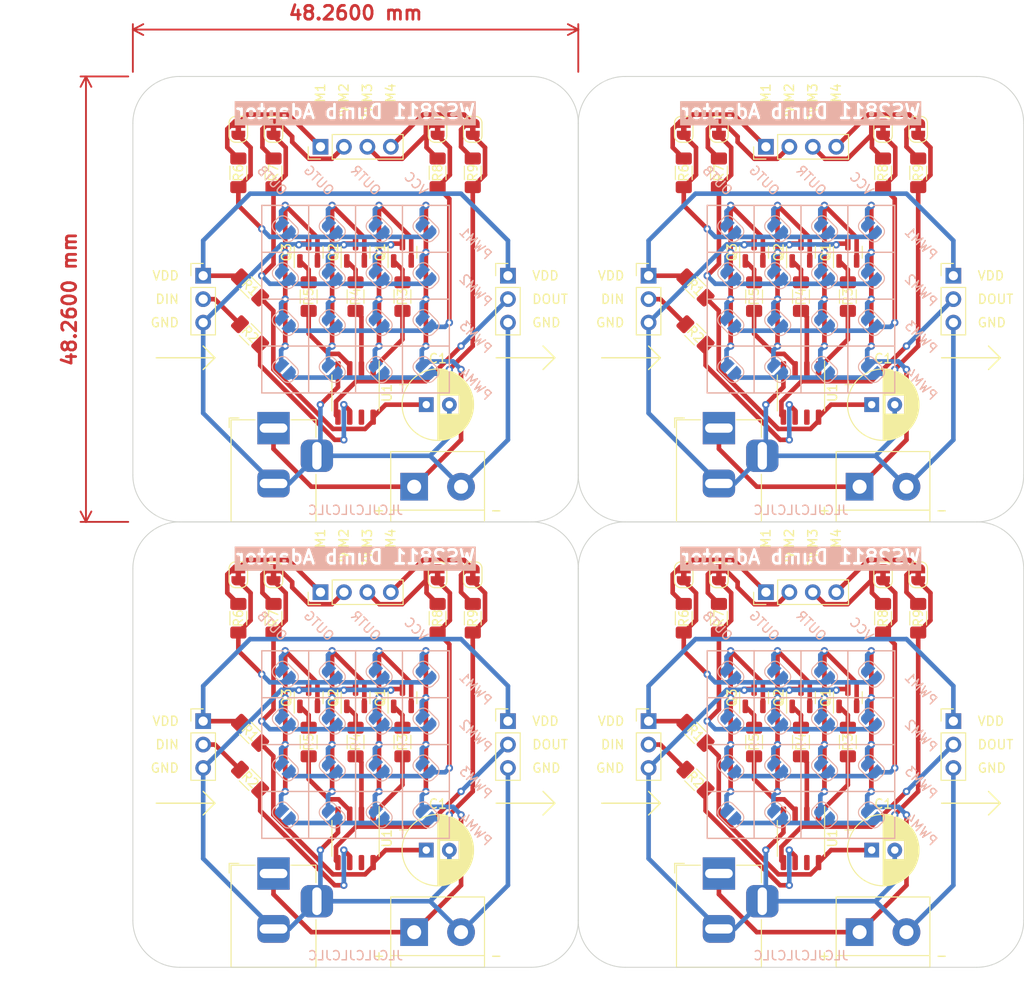
<source format=kicad_pcb>
(kicad_pcb (version 20221018) (generator pcbnew)
  (layers (0 "F.Cu" signal) (31 "B.Cu" signal) (34 "B.Paste" user) (35 "F.Paste" user) (36 "B.SilkS" user "B.Silkscreen") (37 "F.SilkS" user "F.Silkscreen") (38 "B.Mask" user) (39 "F.Mask" user) (44 "Edge.Cuts" user))
  (net 0 "")
  (net 1 "/VDD")
  (net 2 "GND")
  (net 3 "VCC")
  (net 4 "/DIN")
  (net 5 "/DOUT")
  (net 6 "Net-(J5-Pin_1)")
  (net 7 "Net-(J5-Pin_2)")
  (net 8 "Net-(J5-Pin_3)")
  (net 9 "Net-(J5-Pin_4)")
  (net 10 "/PWM1")
  (net 11 "/PWM2")
  (net 12 "/PWM3")
  (net 13 "/PWM4")
  (net 14 "/OUTR")
  (net 15 "/OUTG")
  (net 16 "/OUTB")
  (net 17 "Net-(Q1-B)")
  (net 18 "Net-(Q2-B)")
  (net 19 "Net-(Q3-B)")
  (net 20 "Net-(U1-DIN)")
  (net 21 "Net-(U1-OUTR)")
  (net 22 "Net-(U1-OUTG)")
  (net 23 "Net-(U1-OUTB)")
  (net 25 "Net-(U1-VDD)")
  (footprint "Jumper:SolderJumper-2_P1.3mm_Bridged_RoundedPad1.0x1.5mm" (layer "F.Cu") (at 91.44 107.33 90)
    (fp_text reference "JP18" hide)
    (fp_text value "SolderJumper_2_Bridged" hide)
  )
  (footprint "Resistor_SMD:R_1206_3216Metric_Pad1.30x1.75mm_HandSolder" (layer "F.Cu") (at 157.48 160.3 90)
    (fp_text reference "R8")
    (fp_text value "R" hide)
  )
  (footprint "Resistor_SMD:R_1206_3216Metric_Pad1.30x1.75mm_HandSolder" (layer "F.Cu") (at 95.25 173.71 90)
    (fp_text reference "R5")
    (fp_text value "1000R" hide)
  )
  (footprint "Package_TO_SOT_SMD:SOT-23" (layer "F.Cu") (at 143.51 120.65 90)
    (fp_text reference "Q3")
    (fp_text value "2TY" hide)
  )
  (footprint "Resistor_SMD:R_1206_3216Metric_Pad1.30x1.75mm_HandSolder" (layer "F.Cu") (at 95.25 125.45 90)
    (fp_text reference "R5")
    (fp_text value "1000R" hide)
  )
  (footprint "Resistor_SMD:R_1206_3216Metric_Pad1.30x1.75mm_HandSolder" (layer "F.Cu") (at 148.59 173.71 90)
    (fp_text reference "R4")
    (fp_text value "1000R" hide)
  )
  (footprint "Connector_BarrelJack:BarrelJack_Horizontal" (layer "F.Cu") (at 91.44 139.7 90)
    (fp_text reference "J1" hide)
    (fp_text value "Barrel_Jack_Switch" hide)
  )
  (footprint "Package_SO:SOP-8_3.9x4.9mm_P1.27mm" (layer "F.Cu") (at 100.33 184.15 -90)
    (fp_text reference "U1")
    (fp_text value "~" hide)
  )
  (footprint "Resistor_SMD:R_1206_3216Metric_Pad1.30x1.75mm_HandSolder" (layer "F.Cu") (at 88.9 172.72 135)
    (fp_text reference "R1")
    (fp_text value "100R" hide)
  )
  (footprint "Jumper:SolderJumper-2_P1.3mm_Bridged_RoundedPad1.0x1.5mm" (layer "F.Cu") (at 135.89 155.59 90)
    (fp_text reference "JP17" hide)
    (fp_text value "SolderJumper_2_Bridged" hide)
  )
  (footprint "TerminalBlock:TerminalBlock_bornier-2_P5.08mm" (layer "F.Cu") (at 106.68 146.05)
    (fp_text reference "J2" hide)
    (fp_text value "Screw_Terminal_01x02" hide)
  )
  (footprint "Resistor_SMD:R_1206_3216Metric_Pad1.30x1.75mm_HandSolder" (layer "F.Cu") (at 91.44 160.3 90)
    (fp_text reference "R7")
    (fp_text value "R" hide)
  )
  (footprint "Resistor_SMD:R_1206_3216Metric_Pad1.30x1.75mm_HandSolder" (layer "F.Cu") (at 100.33 125.45 90)
    (fp_text reference "R4")
    (fp_text value "1000R" hide)
  )
  (footprint "Resistor_SMD:R_1206_3216Metric_Pad1.30x1.75mm_HandSolder" (layer "F.Cu") (at 91.44 112.04 90)
    (fp_text reference "R7")
    (fp_text value "R" hide)
  )
  (footprint "Resistor_SMD:R_1206_3216Metric_Pad1.30x1.75mm_HandSolder" (layer "F.Cu") (at 148.59 125.45 90)
    (fp_text reference "R4")
    (fp_text value "1000R" hide)
  )
  (footprint "Resistor_SMD:R_1206_3216Metric_Pad1.30x1.75mm_HandSolder" (layer "F.Cu") (at 153.67 125.45 90)
    (fp_text reference "R3")
    (fp_text value "1000R" hide)
  )
  (footprint "Connector_BarrelJack:BarrelJack_Horizontal" (layer "F.Cu") (at 91.44 187.96 90)
    (fp_text reference "J1" hide)
    (fp_text value "Barrel_Jack_Switch" hide)
  )
  (footprint "Connector_PinHeader_2.54mm:PinHeader_1x04_P2.54mm_Vertical" (layer "F.Cu") (at 144.79 109.22 90)
    (fp_text reference "J5" hide)
    (fp_text value "Conn_01x04" hide)
  )
  (footprint "MountingHole:MountingHole_3.2mm_M3" (layer "F.Cu") (at 81.28 154.94)
    (fp_text reference "REF**" hide)
    (fp_text value "MountingHole_3.2mm_M3" hide)
  )
  (footprint "MountingHole:MountingHole_3.2mm_M3" (layer "F.Cu") (at 81.28 193.04)
    (fp_text reference "REF**" hide)
    (fp_text value "MountingHole_3.2mm_M3" hide)
  )
  (footprint "Package_TO_SOT_SMD:SOT-23" (layer "F.Cu") (at 153.67 168.91 90)
    (fp_text reference "Q1")
    (fp_text value "2TY" hide)
  )
  (footprint "Resistor_SMD:R_1206_3216Metric_Pad1.30x1.75mm_HandSolder" (layer "F.Cu") (at 157.48 112.04 90)
    (fp_text reference "R8")
    (fp_text value "R" hide)
  )
  (footprint "Jumper:SolderJumper-2_P1.3mm_Bridged_RoundedPad1.0x1.5mm" (layer "F.Cu") (at 139.7 107.33 90)
    (fp_text reference "JP18" hide)
    (fp_text value "SolderJumper_2_Bridged" hide)
  )
  (footprint "Resistor_SMD:R_1206_3216Metric_Pad1.30x1.75mm_HandSolder" (layer "F.Cu") (at 143.51 125.45 90)
    (fp_text reference "R5")
    (fp_text value "1000R" hide)
  )
  (footprint "Package_TO_SOT_SMD:SOT-23" (layer "F.Cu") (at 153.67 120.65 90)
    (fp_text reference "Q1")
    (fp_text value "2TY" hide)
  )
  (footprint "Resistor_SMD:R_1206_3216Metric_Pad1.30x1.75mm_HandSolder" (layer "F.Cu") (at 161.29 160.3 90)
    (fp_text reference "R9")
    (fp_text value "R" hide)
  )
  (footprint "Resistor_SMD:R_1206_3216Metric_Pad1.30x1.75mm_HandSolder" (layer "F.Cu") (at 135.89 112.04 90)
    (fp_text reference "R6")
    (fp_text value "R" hide)
  )
  (footprint "Resistor_SMD:R_1206_3216Metric_Pad1.30x1.75mm_HandSolder" (layer "F.Cu") (at 105.41 173.71 90)
    (fp_text reference "R3")
    (fp_text value "1000R" hide)
  )
  (footprint "Resistor_SMD:R_1206_3216Metric_Pad1.30x1.75mm_HandSolder" (layer "F.Cu") (at 137.16 129.54 135)
    (fp_text reference "R2")
    (fp_text value "33R" hide)
  )
  (footprint "TerminalBlock:TerminalBlock_bornier-2_P5.08mm" (layer "F.Cu") (at 106.68 194.31)
    (fp_text reference "J2" hide)
    (fp_text value "Screw_Terminal_01x02" hide)
  )
  (footprint "Jumper:SolderJumper-2_P1.3mm_Bridged_RoundedPad1.0x1.5mm" (layer "F.Cu") (at 109.22 155.59 90)
    (fp_text reference "JP19" hide)
    (fp_text value "SolderJumper_2_Bridged" hide)
  )
  (footprint "Connector_PinHeader_2.54mm:PinHeader_1x04_P2.54mm_Vertical" (layer "F.Cu") (at 144.79 157.48 90)
    (fp_text reference "J5" hide)
    (fp_text value "Conn_01x04" hide)
  )
  (footprint "MountingHole:MountingHole_3.2mm_M3" (layer "F.Cu") (at 119.38 154.94)
    (fp_text reference "REF**" hide)
    (fp_text value "MountingHole_3.2mm_M3" hide)
  )
  (footprint "Package_TO_SOT_SMD:SOT-23" (layer "F.Cu") (at 105.41 168.91 90)
    (fp_text reference "Q1")
    (fp_text value "2TY" hide)
  )
  (footprint "Resistor_SMD:R_1206_3216Metric_Pad1.30x1.75mm_HandSolder" (layer "F.Cu") (at 113.03 160.3 90)
    (fp_text reference "R9")
    (fp_text value "R" hide)
  )
  (footprint "Jumper:SolderJumper-2_P1.3mm_Bridged_RoundedPad1.0x1.5mm" (layer "F.Cu") (at 135.89 107.33 90)
    (fp_text reference "JP17" hide)
    (fp_text value "SolderJumper_2_Bridged" hide)
  )
  (footprint "Resistor_SMD:R_1206_3216Metric_Pad1.30x1.75mm_HandSolder" (layer "F.Cu") (at 139.7 160.3 90)
    (fp_text reference "R7")
    (fp_text value "R" hide)
  )
  (footprint "MountingHole:MountingHole_3.2mm_M3" (layer "F.Cu") (at 167.64 154.94)
    (fp_text reference "REF**" hide)
    (fp_text value "MountingHole_3.2mm_M3" hide)
  )
  (footprint "Resistor_SMD:R_1206_3216Metric_Pad1.30x1.75mm_HandSolder" (layer "F.Cu") (at 137.16 172.72 135)
    (fp_text reference "R1")
    (fp_text value "100R" hide)
  )
  (footprint "Jumper:SolderJumper-2_P1.3mm_Bridged_RoundedPad1.0x1.5mm" (layer "F.Cu") (at 87.63 155.59 90)
    (fp_text reference "JP17" hide)
    (fp_text value "SolderJumper_2_Bridged" hide)
  )
  (footprint "Resistor_SMD:R_1206_3216Metric_Pad1.30x1.75mm_HandSolder" (layer "F.Cu") (at 88.9 177.8 135)
    (fp_text reference "R2")
    (fp_text value "33R" hide)
  )
  (footprint "MountingHole:MountingHole_3.2mm_M3" (layer "F.Cu") (at 129.54 144.78)
    (fp_text reference "REF**" hide)
    (fp_text value "MountingHole_3.2mm_M3" hide)
  )
  (footprint "Resistor_SMD:R_1206_3216Metric_Pad1.30x1.75mm_HandSolder" (layer "F.Cu") (at 139.7 112.04 90)
    (fp_text reference "R7")
    (fp_text value "R" hide)
  )
  (footprint "MountingHole:MountingHole_3.2mm_M3" (layer "F.Cu") (at 119.38 106.68)
    (fp_text reference "REF**" hide)
    (fp_text value "MountingHole_3.2mm_M3" hide)
  )
  (footprint "Connector_PinHeader_2.54mm:PinHeader_1x03_P2.54mm_Vertical" (layer "F.Cu") (at 83.82 171.45)
    (fp_text reference "J3" hide)
    (fp_text value "Conn_01x03" hide)
  )
  (footprint "Package_TO_SOT_SMD:SOT-23" (layer "F.Cu") (at 148.59 168.91 90)
    (fp_text reference "Q2")
    (fp_text value "2TY" hide)
  )
  (footprint "MountingHole:MountingHole_3.2mm_M3" (layer "F.Cu") (at 167.64 106.68)
    (fp_text reference "REF**" hide)
    (fp_text value "MountingHole_3.2mm_M3" hide)
  )
  (footprint "Jumper:SolderJumper-2_P1.3mm_Bridged_RoundedPad1.0x1.5mm" (layer "F.Cu") (at 157.48 107.33 90)
    (fp_text reference "JP19" hide)
    (fp_text value "SolderJumper_2_Bridged" hide)
  )
  (footprint "Capacitor_THT:CP_Radial_D7.5mm_P2.50mm" (layer "F.Cu") (at 107.99 185.42)
    (fp_text reference "C1")
    (fp_text value "100uF" hide)
  )
  (footprint "Resistor_SMD:R_1206_3216Metric_Pad1.30x1.75mm_HandSolder" (layer "F.Cu") (at 100.33 173.71 90)
    (fp_text reference "R4")
    (fp_text value "1000R" hide)
  )
  (footprint "Capacitor_THT:CP_Radial_D7.5mm_P2.50mm" (layer "F.Cu") (at 156.25 185.42)
    (fp_text reference "C1")
    (fp_text value "100uF" hide)
  )
  (footprint "MountingHole:MountingHole_3.2mm_M3" (layer "F.Cu") (at 129.54 193.04)
    (fp_text reference "REF**" hide)
    (fp_text value "MountingHole_3.2mm_M3" hide)
  )
  (footprint "Connector_PinHeader_2.54mm:PinHeader_1x03_P2.54mm_Vertical" (layer "F.Cu") (at 132.08 171.45)
    (fp_text reference "J3" hide)
    (fp_text value "Conn_01x03" hide)
  )
  (footprint "MountingHole:MountingHole_3.2mm_M3" (layer "F.Cu") (at 119.38 144.78)
    (fp_text reference "REF**" hide)
    (fp_text value "MountingHole_3.2mm_M3" hide)
  )
  (footprint "Connector_PinHeader_2.54mm:PinHeader_1x03_P2.54mm_Vertical" (layer "F.Cu") (at 132.08 123.19)
    (fp_text reference "J3" hide)
    (fp_text value "Conn_01x03" hide)
  )
  (footprint "Connector_PinHeader_2.54mm:PinHeader_1x03_P2.54mm_Vertical" (layer "F.Cu") (at 116.84 123.19)
    (fp_text reference "J4" hide)
    (fp_text value "Conn_01x03" hide)
  )
  (footprint "Connector_BarrelJack:BarrelJack_Horizontal" (layer "F.Cu") (at 139.7 187.96 90)
    (fp_text reference "J1" hide)
    (fp_text value "Barrel_Jack_Switch" hide)
  )
  (footprint "Connector_PinHeader_2.54mm:PinHeader_1x04_P2.54mm_Vertical" (layer "F.Cu") (at 96.53 157.48 90)
    (fp_text reference "J5" hide)
    (fp_text value "Conn_01x04" hide)
  )
  (footprint "Jumper:SolderJumper-2_P1.3mm_Bridged_RoundedPad1.0x1.5mm" (layer "F.Cu") (at 87.63 107.33 90)
    (fp_text reference "JP17" hide)
    (fp_text value "SolderJumper_2_Bridged" hide)
  )
  (footprint "MountingHole:MountingHole_3.2mm_M3" (layer "F.Cu") (at 167.64 193.04)
    (fp_text reference "REF**" hide)
    (fp_text value "MountingHole_3.2mm_M3" hide)
  )
  (footprint "Jumper:SolderJumper-2_P1.3mm_Bridged_RoundedPad1.0x1.5mm" (layer "F.Cu") (at 109.22 107.33 90)
    (fp_text reference "JP19" hide)
    (fp_text value "SolderJumper_2_Bridged" hide)
  )
  (footprint "Jumper:SolderJumper-2_P1.3mm_Bridged_RoundedPad1.0x1.5mm" (layer "F.Cu") (at 161.29 155.59 90)
    (fp_text reference "JP20" hide)
    (fp_text value "SolderJumper_2_Bridged" hide)
  )
  (footprint "Resistor_SMD:R_1206_3216Metric_Pad1.30x1.75mm_HandSolder" (layer "F.Cu") (at 87.63 112.04 90)
    (fp_text reference "R6")
    (fp_text value "R" hide)
  )
  (footprint "Resistor_SMD:R_1206_3216Metric_Pad1.30x1.75mm_HandSolder" (layer "F.Cu") (at 88.9 124.46 135)
    (fp_text reference "R1")
    (fp_text value "100R" hide)
  )
  (footprint "Package_TO_SOT_SMD:SOT-23" (layer "F.Cu") (at 148.59 120.65 90)
    (fp_text reference "Q2")
    (fp_text value "2TY" hide)
  )
  (footprint "Resistor_SMD:R_1206_3216Metric_Pad1.30x1.75mm_HandSolder" (layer "F.Cu") (at 113.03 112.04 90)
    (fp_text reference "R9")
    (fp_text value "R" hide)
  )
  (footprint "Resistor_SMD:R_1206_3216Metric_Pad1.30x1.75mm_HandSolder" (layer "F.Cu") (at 87.63 160.3 90)
    (fp_text reference "R6")
    (fp_text value "R" hide)
  )
  (footprint "Connector_BarrelJack:BarrelJack_Horizontal" (layer "F.Cu") (at 139.7 139.7 90)
    (fp_text reference "J1" hide)
    (fp_text value "Barrel_Jack_Switch" hide)
  )
  (footprint "Jumper:SolderJumper-2_P1.3mm_Bridged_RoundedPad1.0x1.5mm" (layer "F.Cu") (at 161.29 107.33 90)
    (fp_text reference "JP20" hide)
    (fp_text value "SolderJumper_2_Bridged" hide)
  )
  (footprint "Resistor_SMD:R_1206_3216Metric_Pad1.30x1.75mm_HandSolder" (layer "F.Cu") (at 88.9 129.54 135)
    (fp_text reference "R2")
    (fp_text value "33R" hide)
  )
  (footprint "Resistor_SMD:R_1206_3216Metric_Pad1.30x1.75mm_HandSolder" (layer "F.Cu") (at 137.16 124.46 135)
    (fp_text reference "R1")
    (fp_text value "100R" hide)
  )
  (footprint "Connector_PinHeader_2.54mm:PinHeader_1x03_P2.54mm_Vertical" (layer "F.Cu") (at 165.1 123.19)
    (fp_text reference "J4" hide)
    (fp_text value "Conn_01x03" hide)
  )
  (footprint "Resistor_SMD:R_1206_3216Metric_Pad1.30x1.75mm_HandSolder" (layer "F.Cu") (at 109.22 160.3 90)
    (fp_text reference "R8")
    (fp_text value "R" hide)
  )
  (footprint "MountingHole:MountingHole_3.2mm_M3" (layer "F.Cu") (at 81.28 144.78)
    (fp_text reference "REF**" hide)
    (fp_text value "MountingHole_3.2mm_M3" hide)
  )
  (footprint "TerminalBlock:TerminalBlock_bornier-2_P5.08mm" (layer "F.Cu") (at 154.94 194.31)
    (fp_text reference "J2" hide)
    (fp_text value "Screw_Terminal_01x02" hide)
  )
  (footprint "Resistor_SMD:R_1206_3216Metric_Pad1.30x1.75mm_HandSolder" (layer "F.Cu") (at 143.51 173.71 90)
    (fp_text reference "R5")
    (fp_text value "1000R" hide)
  )
  (footprint "Resistor_SMD:R_1206_3216Metric_Pad1.30x1.75mm_HandSolder" (layer "F.Cu") (at 161.29 112.04 90)
    (fp_text reference "R9")
    (fp_text value "R" hide)
  )
  (footprint "Jumper:SolderJumper-2_P1.3mm_Bridged_RoundedPad1.0x1.5mm" (layer "F.Cu") (at 139.7 155.59 90)
    (fp_text reference "JP18" hide)
    (fp_text value "SolderJumper_2_Bridged" hide)
  )
  (footprint "Package_SO:SOP-8_3.9x4.9mm_P1.27mm" (layer "F.Cu") (at 148.59 135.89 -90)
    (fp_text reference "U1")
    (fp_text value "~" hide)
  )
  (footprint "Package_TO_SOT_SMD:SOT-23" (layer "F.Cu") (at 100.33 168.91 90)
    (fp_text reference "Q2")
    (fp_text value "2TY" hide)
  )
  (footprint "MountingHole:MountingHole_3.2mm_M3" (layer "F.Cu") (at 129.54 154.94)
    (fp_text reference "REF**" hide)
    (fp_text value "MountingHole_3.2mm_M3" hide)
  )
  (footprint "Capacitor_THT:CP_Radial_D7.5mm_P2.50mm" (layer "F.Cu") (at 107.99 137.16)
    (fp_text reference "C1")
    (fp_text value "100uF" hide)
  )
  (footprint "Resistor_SMD:R_1206_3216Metric_Pad1.30x1.75mm_HandSolder" (layer "F.Cu") (at 105.41 125.45 90)
    (fp_text reference "R3")
    (fp_text value "1000R" hide)
  )
  (footprint "Resistor_SMD:R_1206_3216Metric_Pad1.30x1.75mm_HandSolder" (layer "F.Cu") (at 109.22 112.04 90)
    (fp_text reference "R8")
    (fp_text value "R" hide)
  )
  (footprint "MountingHole:MountingHole_3.2mm_M3" (layer "F.Cu") (at 129.54 106.68)
    (fp_text reference "REF**" hide)
    (fp_text value "MountingHole_3.2mm_M3" hide)
  )
  (footprint "Connector_PinHeader_2.54mm:PinHeader_1x03_P2.54mm_Vertical" (layer "F.Cu") (at 116.84 171.45)
    (fp_text reference "J4" hide)
    (fp_text value "Conn_01x03" hide)
  )
  (footprint "Package_TO_SOT_SMD:SOT-23" (layer "F.Cu") (at 105.41 120.65 90)
    (fp_text reference "Q1")
    (fp_text value "2TY" hide)
  )
  (footprint "Package_TO_SOT_SMD:SOT-23" (layer "F.Cu") (at 95.25 120.65 90)
    (fp_text reference "Q3")
    (fp_text value "2TY" hide)
  )
  (footprint "Resistor_SMD:R_1206_3216Metric_Pad1.30x1.75mm_HandSolder" (layer "F.Cu") (at 137.16 177.8 135)
    (fp_text reference "R2")
    (fp_text value "33R" hide)
  )
  (footprint "Package_SO:SOP-8_3.9x4.9mm_P1.27mm" (layer "F.Cu") (at 148.59 184.15 -90)
    (fp_text reference "U1")
    (fp_text value "~" hide)
  )
  (footprint "Package_TO_SOT_SMD:SOT-23" (layer "F.Cu") (at 95.25 168.91 90)
    (fp_text reference "Q3")
    (fp_text value "2TY" hide)
  )
  (footprint "Package_TO_SOT_SMD:SOT-23" (layer "F.Cu") (at 143.51 168.91 90)
    (fp_text reference "Q3")
    (fp_text value "2TY" hide)
  )
  (footprint "Jumper:SolderJumper-2_P1.3mm_Bridged_RoundedPad1.0x1.5mm" (layer "F.Cu") (at 91.44 155.59 90)
    (fp_text reference "JP18" hide)
    (fp_text value "SolderJumper_2_Bridged" hide)
  )
  (footprint "Jumper:SolderJumper-2_P1.3mm_Bridged_RoundedPad1.0x1.5mm" (layer "F.Cu") (at 113.03 107.33 90)
    (fp_text reference "JP20" hide)
    (fp_text value "SolderJumper_2_Bridged" hide)
  )
  (footprint "TerminalBlock:TerminalBlock_bornier-2_P5.08mm" (layer "F.Cu") (at 154.94 146.05)
    (fp_text reference "J2" hide)
    (fp_text value "Screw_Terminal_01x02" hide)
  )
  (footprint "Package_SO:SOP-8_3.9x4.9mm_P1.27mm" (layer "F.Cu") (at 100.33 135.89 -90)
    (fp_text reference "U1")
    (fp_text value "~" hide)
  )
  (footprint "Resistor_SMD:R_1206_3216Metric_Pad1.30x1.75mm_HandSolder" (layer "F.Cu") (at 135.89 160.3 90)
    (fp_text reference "R6")
    (fp_text value "R" hide)
  )
  (footprint "Connector_PinHeader_2.54mm:PinHeader_1x03_P2.54mm_Vertical" (layer "F.Cu") (at 83.82 123.19)
    (fp_text reference "J3" hide)
    (fp_text value "Conn_01x03" hide)
  )
  (footprint "Jumper:SolderJumper-2_P1.3mm_Bridged_RoundedPad1.0x1.5mm" (layer "F.Cu") (at 157.48 155.59 90)
    (fp_text reference "JP19" hide)
    (fp_text value "SolderJumper_2_Bridged" hide)
  )
  (footprint "Package_TO_SOT_SMD:SOT-23" (layer "F.Cu") (at 100.33 120.65 90)
    (fp_text reference "Q2")
    (fp_text value "2TY" hide)
  )
  (footprint "Resistor_SMD:R_1206_3216Metric_Pad1.30x1.75mm_HandSolder" (layer "F.Cu") (at 153.67 173.71 90)
    (fp_text reference "R3")
    (fp_text value "1000R" hide)
  )
  (footprint "Jumper:SolderJumper-2_P1.3mm_Bridged_RoundedPad1.0x1.5mm" (layer "F.Cu") (at 113.03 155.59 90)
    (fp_text reference "JP20" hide)
    (fp_text value "SolderJumper_2_Bridged" hide)
  )
  (footprint "Connector_PinHeader_2.54mm:PinHeader_1x04_P2.54mm_Vertical" (layer "F.Cu") (at 96.53 109.22 90)
    (fp_text reference "J5" hide)
    (fp_text value "Conn_01x04" hide)
  )
  (footprint "MountingHole:MountingHole_3.2mm_M3" (layer "F.Cu") (at 81.28 106.68)
    (fp_text reference "REF**" hide)
    (fp_text value "MountingHole_3.2mm_M3" hide)
  )
  (footprint "Capacitor_THT:CP_Radial_D7.5mm_P2.50mm" (layer "F.Cu") (at 156.25 137.16)
    (fp_text reference "C1")
    (fp_text value "100uF" hide)
  )
  (footprint "MountingHole:MountingHole_3.2mm_M3" (layer "F.Cu") (at 119.38 193.04)
    (fp_text reference "REF**" hide)
    (fp_text value "MountingHole_3.2mm_M3" hide)
  )
  (footprint "MountingHole:MountingHole_3.2mm_M3" (layer "F.Cu") (at 167.64 144.78)
    (fp_text reference "REF**" hide)
    (fp_text value "MountingHole_3.2mm_M3" hide)
  )
  (footprint "Connector_PinHeader_2.54mm:PinHeader_1x03_P2.54mm_Vertical" (layer "F.Cu") (at 165.1 171.45)
    (fp_text reference "J4" hide)
    (fp_text value "Conn_01x03" hide)
  )
  (footprint "Jumper:SolderJumper-2_P1.3mm_Open_RoundedPad1.0x1.5mm" (layer "B.Cu") (at 102.885 166.37 135)
    (fp_text reference "JP5" hide)
    (fp_text value "SolderJumper_2_Open" hide)
  )
  (footprint "Jumper:SolderJumper-2_P1.3mm_Open_RoundedPad1.0x1.5mm" (layer "B.Cu") (at 146.065 171.45 135)
    (fp_text reference "JP10" hide)
    (fp_text value "SolderJumper_2_Open" hide)
  )
  (footprint "Jumper:SolderJumper-2_P1.3mm_Open_RoundedPad1.0x1.5mm" (layer "B.Cu") (at 146.065 128.27 135)
    (fp_text reference "JP11" hide)
    (fp_text value "SolderJumper_2_Open" hide)
  )
  (footprint "Jumper:SolderJumper-2_P1.3mm_Open_RoundedPad1.0x1.5mm" (layer "B.Cu") (at 151.145 133.35 135)
    (fp_text reference "JP8" hide)
    (fp_text value "SolderJumper_2_Open" hide)
  )
  (footprint "Jumper:SolderJumper-2_P1.3mm_Open_RoundedPad1.0x1.5mm" (layer "B.Cu") (at 140.985 166.37 135)
    (fp_text reference "JP13" hide)
    (fp_text value "SolderJumper_2_Open" hide)
  )
  (footprint "Jumper:SolderJumper-2_P1.3mm_Open_RoundedPad1.0x1.5mm" (layer "B.Cu") (at 156.225 171.45 135)
    (fp_text reference "JP2" hide)
    (fp_text value "SolderJumper_2_Open" hide)
  )
  (footprint "Jumper:SolderJumper-2_P1.3mm_Open_RoundedPad1.0x1.5mm" (layer "B.Cu") (at 102.885 123.19 135)
    (fp_text reference "JP6" hide)
    (fp_text value "SolderJumper_2_Open" hide)
  )
  (footprint "Jumper:SolderJumper-2_P1.3mm_Open_RoundedPad1.0x1.5mm" (layer "B.Cu") (at 92.725 118.11 135)
    (fp_text reference "JP13" hide)
    (fp_text value "SolderJumper_2_Open" hide)
  )
  (footprint "Jumper:SolderJumper-2_P1.3mm_Open_RoundedPad1.0x1.5mm" (layer "B.Cu") (at 140.985 118.11 135)
    (fp_text reference "JP13" hide)
    (fp_text value "SolderJumper_2_Open" hide)
  )
  (footprint "Jumper:SolderJumper-2_P1.3mm_Open_RoundedPad1.0x1.5mm" (layer "B.Cu") (at 146.065 123.19 135)
    (fp_text reference "JP10" hide)
    (fp_text value "SolderJumper_2_Open" hide)
  )
  (footprint "Jumper:SolderJumper-2_P1.3mm_Open_RoundedPad1.0x1.5mm" (layer "B.Cu") (at 92.725 128.27 135)
    (fp_text reference "JP15" hide)
    (fp_text value "SolderJumper_2_Open" hide)
  )
  (footprint "Jumper:SolderJumper-2_P1.3mm_Open_RoundedPad1.0x1.5mm" (layer "B.Cu") (at 107.965 118.11 135)
    (fp_text reference "JP1" hide)
    (fp_text value "SolderJumper_2_Open" hide)
  )
  (footprint "Jumper:SolderJumper-2_P1.3mm_Open_RoundedPad1.0x1.5mm" (layer "B.Cu") (at 151.145 166.37 135)
    (fp_text reference "JP5" hide)
    (fp_text value "SolderJumper_2_Open" hide)
  )
  (footprint "Jumper:SolderJumper-2_P1.3mm_Open_RoundedPad1.0x1.5mm" (layer "B.Cu") (at 146.065 176.53 135)
    (fp_text reference "JP11" hide)
    (fp_text value "SolderJumper_2_Open" hide)
  )
  (footprint "Jumper:SolderJumper-2_P1.3mm_Open_RoundedPad1.0x1.5mm" (layer "B.Cu") (at 107.965 176.53 135)
    (fp_text reference "JP3" hide)
    (fp_text value "SolderJumper_2_Open" hide)
  )
  (footprint "Jumper:SolderJumper-2_P1.3mm_Open_RoundedPad1.0x1.5mm" (layer "B.Cu") (at 97.805 181.61 135)
    (fp_text reference "JP12" hide)
    (fp_text value "SolderJumper_2_Open" hide)
  )
  (footprint "Jumper:SolderJumper-2_P1.3mm_Open_RoundedPad1.0x1.5mm" (layer "B.Cu") (at 151.145 181.61 135)
    (fp_text reference "JP8" hide)
    (fp_text value "SolderJumper_2_Open" hide)
  )
  (footprint "Jumper:SolderJumper-2_P1.3mm_Open_RoundedPad1.0x1.5mm" (layer "B.Cu") (at 107.965 123.19 135)
    (fp_text reference "JP2" hide)
    (fp_text value "SolderJumper_2_Open" hide)
  )
  (footprint "Jumper:SolderJumper-2_P1.3mm_Open_RoundedPad1.0x1.5mm" (layer "B.Cu") (at 107.965 171.45 135)
    (fp_text reference "JP2" hide)
    (fp_text value "SolderJumper_2_Open" hide)
  )
  (footprint "Jumper:SolderJumper-2_P1.3mm_Open_RoundedPad1.0x1.5mm" (layer "B.Cu") (at 151.145 123.19 135)
    (fp_text reference "JP6" hide)
    (fp_text value "SolderJumper_2_Open" hide)
  )
  (footprint "Jumper:SolderJumper-2_P1.3mm_Open_RoundedPad1.0x1.5mm" (layer "B.Cu") (at 92.725 171.45 135)
    (fp_text reference "JP14" hide)
    (fp_text value "SolderJumper_2_Open" hide)
  )
  (footprint "Jumper:SolderJumper-2_P1.3mm_Open_RoundedPad1.0x1.5mm" (layer "B.Cu") (at 146.065 133.35 135)
    (fp_text reference "JP12" hide)
    (fp_text value "SolderJumper_2_Open" hide)
  )
  (footprint "Jumper:SolderJumper-2_P1.3mm_Open_RoundedPad1.0x1.5mm" (layer "B.Cu") (at 97.805 176.53 135)
    (fp_text reference "JP11" hide)
    (fp_text value "SolderJumper_2_Open" hide)
  )
  (footprint "Jumper:SolderJumper-2_P1.3mm_Open_RoundedPad1.0x1.5mm" (layer "B.Cu") (at 102.885 181.61 135)
    (fp_text reference "JP8" hide)
    (fp_text value "SolderJumper_2_Open" hide)
  )
  (footprint "Jumper:SolderJumper-2_P1.3mm_Open_RoundedPad1.0x1.5mm" (layer "B.Cu") (at 92.725 133.35 135)
    (fp_text reference "JP16" hide)
    (fp_text value "SolderJumper_2_Open" hide)
  )
  (footprint "Jumper:SolderJumper-2_P1.3mm_Open_RoundedPad1.0x1.5mm" (layer "B.Cu") (at 107.965 133.35 135)
    (fp_text reference "JP4" hide)
    (fp_text value "SolderJumper_2_Open" hide)
  )
  (footprint "Jumper:SolderJumper-2_P1.3mm_Open_RoundedPad1.0x1.5mm" (layer "B.Cu") (at 156.225 123.19 135)
    (fp_text reference "JP2" hide)
    (fp_text value "SolderJumper_2_Open" hide)
  )
  (footprint "Jumper:SolderJumper-2_P1.3mm_Open_RoundedPad1.0x1.5mm" (layer "B.Cu") (at 107.965 128.27 135)
    (fp_text reference "JP3" hide)
    (fp_text value "SolderJumper_2_Open" hide)
  )
  (footprint "Jumper:SolderJumper-2_P1.3mm_Open_RoundedPad1.0x1.5mm" (layer "B.Cu") (at 140.985 133.35 135)
    (fp_text reference "JP16" hide)
    (fp_text value "SolderJumper_2_Open" hide)
  )
  (footprint "Jumper:SolderJumper-2_P1.3mm_Open_RoundedPad1.0x1.5mm" (layer "B.Cu") (at 156.225 128.27 135)
    (fp_text reference "JP3" hide)
    (fp_text value "SolderJumper_2_Open" hide)
  )
  (footprint "Jumper:SolderJumper-2_P1.3mm_Open_RoundedPad1.0x1.5mm" (layer "B.Cu") (at 140.985 128.27 135)
    (fp_text reference "JP15" hide)
    (fp_text value "SolderJumper_2_Open" hide)
  )
  (footprint "Jumper:SolderJumper-2_P1.3mm_Open_RoundedPad1.0x1.5mm" (layer "B.Cu") (at 156.225 133.35 135)
    (fp_text reference "JP4" hide)
    (fp_text value "SolderJumper_2_Open" hide)
  )
  (footprint "Jumper:SolderJumper-2_P1.3mm_Open_RoundedPad1.0x1.5mm" (layer "B.Cu") (at 140.985 176.53 135)
    (fp_text reference "JP15" hide)
    (fp_text value "SolderJumper_2_Open" hide)
  )
  (footprint "Jumper:SolderJumper-2_P1.3mm_Open_RoundedPad1.0x1.5mm" (layer "B.Cu") (at 146.065 166.37 135)
    (fp_text reference "JP9" hide)
    (fp_text value "SolderJumper_2_Open" hide)
  )
  (footprint "Jumper:SolderJumper-2_P1.3mm_Open_RoundedPad1.0x1.5mm" (layer "B.Cu") (at 97.805 171.45 135)
    (fp_text reference "JP10" hide)
    (fp_text value "SolderJumper_2_Open" hide)
  )
  (footprint "Jumper:SolderJumper-2_P1.3mm_Open_RoundedPad1.0x1.5mm" (layer "B.Cu") (at 102.885 133.35 135)
    (fp_text reference "JP8" hide)
    (fp_text value "SolderJumper_2_Open" hide)
  )
  (footprint "Jumper:SolderJumper-2_P1.3mm_Open_RoundedPad1.0x1.5mm" (layer "B.Cu") (at 102.885 118.11 135)
    (fp_text reference "JP5" hide)
    (fp_text value "SolderJumper_2_Open" hide)
  )
  (footprint "Jumper:SolderJumper-2_P1.3mm_Open_RoundedPad1.0x1.5mm" (layer "B.Cu") (at 92.725 181.61 135)
    (fp_text reference "JP16" hide)
    (fp_text value "SolderJumper_2_Open" hide)
  )
  (footprint "Jumper:SolderJumper-2_P1.3mm_Open_RoundedPad1.0x1.5mm" (layer "B.Cu") (at 102.885 128.27 135)
    (fp_text reference "JP7" hide)
    (fp_text value "SolderJumper_2_Open" hide)
  )
  (footprint "Jumper:SolderJumper-2_P1.3mm_Open_RoundedPad1.0x1.5mm" (layer "B.Cu") (at 151.145 176.53 135)
    (fp_text reference "JP7" hide)
    (fp_text value "SolderJumper_2_Open" hide)
  )
  (footprint "Jumper:SolderJumper-2_P1.3mm_Open_RoundedPad1.0x1.5mm" (layer "B.Cu") (at 146.065 118.11 135)
    (fp_text reference "JP9" hide)
    (fp_text value "SolderJumper_2_Open" hide)
  )
  (footprint "Jumper:SolderJumper-2_P1.3mm_Open_RoundedPad1.0x1.5mm" (layer "B.Cu") (at 156.225 181.61 135)
    (fp_text reference "JP4" hide)
    (fp_text value "SolderJumper_2_Open" hide)
  )
  (footprint "Jumper:SolderJumper-2_P1.3mm_Open_RoundedPad1.0x1.5mm" (layer "B.Cu") (at 140.985 123.19 135)
    (fp_text reference "JP14" hide)
    (fp_text value "SolderJumper_2_Open" hide)
  )
  (footprint "Jumper:SolderJumper-2_P1.3mm_Open_RoundedPad1.0x1.5mm" (layer "B.Cu") (at 97.805 123.19 135)
    (fp_text reference "JP10" hide)
    (fp_text value "SolderJumper_2_Open" hide)
  )
  (footprint "Jumper:SolderJumper-2_P1.3mm_Open_RoundedPad1.0x1.5mm" (layer "B.Cu") (at 97.805 128.27 135)
    (fp_text reference "JP11" hide)
    (fp_text value "SolderJumper_2_Open" hide)
  )
  (footprint "Jumper:SolderJumper-2_P1.3mm_Open_RoundedPad1.0x1.5mm" (layer "B.Cu") (at 156.225 176.53 135)
    (fp_text reference "JP3" hide)
    (fp_text value "SolderJumper_2_Open" hide)
  )
  (footprint "Jumper:SolderJumper-2_P1.3mm_Open_RoundedPad1.0x1.5mm" (layer "B.Cu") (at 151.145 171.45 135)
    (fp_text reference "JP6" hide)
    (fp_text value "SolderJumper_2_Open" hide)
  )
  (footprint "Jumper:SolderJumper-2_P1.3mm_Open_RoundedPad1.0x1.5mm" (layer "B.Cu") (at 140.985 171.45 135)
    (fp_text reference "JP14" hide)
    (fp_text value "SolderJumper_2_Open" hide)
  )
  (footprint "Jumper:SolderJumper-2_P1.3mm_Open_RoundedPad1.0x1.5mm" (layer "B.Cu") (at 151.145 118.11 135)
    (fp_text reference "JP5" hide)
    (fp_text value "SolderJumper_2_Open" hide)
  )
  (footprint "Jumper:SolderJumper-2_P1.3mm_Open_RoundedPad1.0x1.5mm" (layer "B.Cu") (at 151.145 128.27 135)
    (fp_text reference "JP7" hide)
    (fp_text value "SolderJumper_2_Open" hide)
  )
  (footprint "Jumper:SolderJumper-2_P1.3mm_Open_RoundedPad1.0x1.5mm" (layer "B.Cu") (at 156.225 118.11 135)
    (fp_text reference "JP1" hide)
    (fp_text value "SolderJumper_2_Open" hide)
  )
  (footprint "Jumper:SolderJumper-2_P1.3mm_Open_RoundedPad1.0x1.5mm" (layer "B.Cu") (at 102.885 171.45 135)
    (fp_text reference "JP6" hide)
    (fp_text value "SolderJumper_2_Open" hide)
  )
  (footprint "Jumper:SolderJumper-2_P1.3mm_Open_RoundedPad1.0x1.5mm" (layer "B.Cu") (at 97.805 166.37 135)
    (fp_text reference "JP9" hide)
    (fp_text value "SolderJumper_2_Open" hide)
  )
  (footprint "Jumper:SolderJumper-2_P1.3mm_Open_RoundedPad1.0x1.5mm" (layer "B.Cu") (at 92.725 176.53 135)
    (fp_text reference "JP15" hide)
    (fp_text value "SolderJumper_2_Open" hide)
  )
  (footprint "Jumper:SolderJumper-2_P1.3mm_Open_RoundedPad1.0x1.5mm" (layer "B.Cu") (at 102.885 176.53 135)
    (fp_text reference "JP7" hide)
    (fp_text value "SolderJumper_2_Open" hide)
  )
  (footprint "Jumper:SolderJumper-2_P1.3mm_Open_RoundedPad1.0x1.5mm" (layer "B.Cu") (at 140.985 181.61 135)
    (fp_text reference "JP16" hide)
    (fp_text value "SolderJumper_2_Open" hide)
  )
  (footprint "Jumper:SolderJumper-2_P1.3mm_Open_RoundedPad1.0x1.5mm" (layer "B.Cu") (at 97.805 133.35 135)
    (fp_text reference "JP12" hide)
    (fp_text value "SolderJumper_2_Open" hide)
  )
  (footprint "Jumper:SolderJumper-2_P1.3mm_Open_RoundedPad1.0x1.5mm" (layer "B.Cu") (at 92.725 166.37 135)
    (fp_text reference "JP13" hide)
    (fp_text value "SolderJumper_2_Open" hide)
  )
  (footprint "Jumper:SolderJumper-2_P1.3mm_Open_RoundedPad1.0x1.5mm" (layer "B.Cu") (at 146.065 181.61 135)
    (fp_text reference "JP12" hide)
    (fp_text value "SolderJumper_2_Open" hide)
  )
  (footprint "Jumper:SolderJumper-2_P1.3mm_Open_RoundedPad1.0x1.5mm" (layer "B.Cu") (at 107.965 166.37 135)
    (fp_text reference "JP1" hide)
    (fp_text value "SolderJumper_2_Open" hide)
  )
  (footprint "Jumper:SolderJumper-2_P1.3mm_Open_RoundedPad1.0x1.5mm" (layer "B.Cu") (at 92.725 123.19 135)
    (fp_text reference "JP14" hide)
    (fp_text value "SolderJumper_2_Open" hide)
  )
  (footprint "Jumper:SolderJumper-2_P1.3mm_Open_RoundedPad1.0x1.5mm" (layer "B.Cu") (at 156.225 166.37 135)
    (fp_text reference "JP1" hide)
    (fp_text value "SolderJumper_2_Open" hide)
  )
  (footprint "Jumper:SolderJumper-2_P1.3mm_Open_RoundedPad1.0x1.5mm" (layer "B.Cu") (at 97.805 118.11 135)
    (fp_text reference "JP9" hide)
    (fp_text value "SolderJumper_2_Open" hide)
  )
  (footprint "Jumper:SolderJumper-2_P1.3mm_Open_RoundedPad1.0x1.5mm" (layer "B.Cu") (at 107.965 181.61 135)
    (fp_text reference "JP4" hide)
    (fp_text value "SolderJumper_2_Open" hide)
  )
  (gr_line (start 138.43 115.57) (end 158.75 115.57) (stroke (width 0.15)) (layer "B.SilkS"))
  (gr_line (start 143.51 115.57) (end 143.51 135.89) (stroke (width 0.15)) (layer "B.SilkS"))
  (gr_line (start 148.59 163.83) (end 148.59 184.15) (stroke (width 0.15)) (layer "B.SilkS"))
  (gr_line (start 90.17 130.81) (end 110.49 130.81) (stroke (width 0.15)) (layer "B.SilkS"))
  (gr_line (start 138.43 120.65) (end 158.75 120.65) (stroke (width 0.15)) (layer "B.SilkS"))
  (gr_line (start 158.75 163.83) (end 158.75 184.15) (stroke (width 0.15)) (layer "B.SilkS"))
  (gr_line (start 90.17 163.83) (end 110.49 163.83) (stroke (width 0.15)) (layer "B.SilkS"))
  (gr_line (start 110.49 163.83) (end 110.49 184.15) (stroke (width 0.15)) (layer "B.SilkS"))
  (gr_line (start 158.75 135.89) (end 138.43 135.89) (stroke (width 0.15)) (layer "B.SilkS"))
  (gr_line (start 90.17 115.57) (end 90.17 135.89) (stroke (width 0.15)) (layer "B.SilkS"))
  (gr_line (start 105.41 115.57) (end 105.41 135.89) (stroke (width 0.15)) (layer "B.SilkS"))
  (gr_line (start 138.43 130.81) (end 158.75 130.81) (stroke (width 0.15)) (layer "B.SilkS"))
  (gr_line (start 95.25 163.83) (end 95.25 184.15) (stroke (width 0.15)) (layer "B.SilkS"))
  (gr_line (start 138.43 125.73) (end 158.75 125.73) (stroke (width 0.15)) (layer "B.SilkS"))
  (gr_line (start 90.17 168.91) (end 110.49 168.91) (stroke (width 0.15)) (layer "B.SilkS"))
  (gr_line (start 138.43 163.83) (end 158.75 163.83) (stroke (width 0.15)) (layer "B.SilkS"))
  (gr_line (start 138.43 168.91) (end 158.75 168.91) (stroke (width 0.15)) (layer "B.SilkS"))
  (gr_line (start 95.25 115.57) (end 95.25 135.89) (stroke (width 0.15)) (layer "B.SilkS"))
  (gr_line (start 110.49 184.15) (end 90.17 184.15) (stroke (width 0.15)) (layer "B.SilkS"))
  (gr_line (start 110.49 135.89) (end 90.17 135.89) (stroke (width 0.15)) (layer "B.SilkS"))
  (gr_line (start 138.43 163.83) (end 138.43 184.15) (stroke (width 0.15)) (layer "B.SilkS"))
  (gr_line (start 148.59 115.57) (end 148.59 135.89) (stroke (width 0.15)) (layer "B.SilkS"))
  (gr_line (start 158.75 184.15) (end 138.43 184.15) (stroke (width 0.15)) (layer "B.SilkS"))
  (gr_line (start 90.17 173.99) (end 110.49 173.99) (stroke (width 0.15)) (layer "B.SilkS"))
  (gr_line (start 138.43 179.07) (end 158.75 179.07) (stroke (width 0.15)) (layer "B.SilkS"))
  (gr_line (start 90.17 163.83) (end 90.17 184.15) (stroke (width 0.15)) (layer "B.SilkS"))
  (gr_line (start 138.43 173.99) (end 158.75 173.99) (stroke (width 0.15)) (layer "B.SilkS"))
  (gr_line (start 100.33 115.57) (end 100.33 135.89) (stroke (width 0.15)) (layer "B.SilkS"))
  (gr_line (start 110.49 115.57) (end 110.49 135.89) (stroke (width 0.15)) (layer "B.SilkS"))
  (gr_line (start 105.41 163.83) (end 105.41 184.15) (stroke (width 0.15)) (layer "B.SilkS"))
  (gr_line (start 90.17 115.57) (end 110.49 115.57) (stroke (width 0.15)) (layer "B.SilkS"))
  (gr_line (start 143.51 163.83) (end 143.51 184.15) (stroke (width 0.15)) (layer "B.SilkS"))
  (gr_line (start 100.33 163.83) (end 100.33 184.15) (stroke (width 0.15)) (layer "B.SilkS"))
  (gr_line (start 90.17 125.73) (end 110.49 125.73) (stroke (width 0.15)) (layer "B.SilkS"))
  (gr_line (start 153.67 115.57) (end 153.67 135.89) (stroke (width 0.15)) (layer "B.SilkS"))
  (gr_line (start 158.75 115.57) (end 158.75 135.89) (stroke (width 0.15)) (layer "B.SilkS"))
  (gr_line (start 90.17 120.65) (end 110.49 120.65) (stroke (width 0.15)) (layer "B.SilkS"))
  (gr_line (start 138.43 115.57) (end 138.43 135.89) (stroke (width 0.15)) (layer "B.SilkS"))
  (gr_line (start 90.17 179.07) (end 110.49 179.07) (stroke (width 0.15)) (layer "B.SilkS"))
  (gr_line (start 153.67 163.83) (end 153.67 184.15) (stroke (width 0.15)) (layer "B.SilkS"))
  (gr_line (start 168.91 133.35) (end 170.18 132.08) (stroke (width 0.15)) (layer "F.SilkS"))
  (gr_line (start 168.91 181.61) (end 170.18 180.34) (stroke (width 0.15)) (layer "F.SilkS"))
  (gr_line (start 85.09 132.08) (end 83.82 130.81) (stroke (width 0.15)) (layer "F.SilkS"))
  (gr_line (start 132.08 133.35) (end 133.35 132.08) (stroke (width 0.15)) (layer "F.SilkS"))
  (gr_line (start 115.57 132.08) (end 121.92 132.08) (stroke (width 0.15)) (layer "F.SilkS"))
  (gr_line (start 133.35 132.08) (end 132.08 130.81) (stroke (width 0.15)) (layer "F.SilkS"))
  (gr_line (start 132.08 181.61) (end 133.35 180.34) (stroke (width 0.15)) (layer "F.SilkS"))
  (gr_line (start 127 180.34) (end 133.35 180.34) (stroke (width 0.15)) (layer "F.SilkS"))
  (gr_line (start 163.83 132.08) (end 170.18 132.08) (stroke (width 0.15)) (layer "F.SilkS"))
  (gr_line (start 127 132.08) (end 133.35 132.08) (stroke (width 0.15)) (layer "F.SilkS"))
  (gr_line (start 121.92 180.34) (end 120.65 179.07) (stroke (width 0.15)) (layer "F.SilkS"))
  (gr_line (start 120.65 181.61) (end 121.92 180.34) (stroke (width 0.15)) (layer "F.SilkS"))
  (gr_line (start 83.82 133.35) (end 85.09 132.08) (stroke (width 0.15)) (layer "F.SilkS"))
  (gr_line (start 163.83 180.34) (end 170.18 180.34) (stroke (width 0.15)) (layer "F.SilkS"))
  (gr_line (start 133.35 180.34) (end 132.08 179.07) (stroke (width 0.15)) (layer "F.SilkS"))
  (gr_line (start 83.82 181.61) (end 85.09 180.34) (stroke (width 0.15)) (layer "F.SilkS"))
  (gr_line (start 115.57 180.34) (end 121.92 180.34) (stroke (width 0.15)) (layer "F.SilkS"))
  (gr_line (start 85.09 180.34) (end 83.82 179.07) (stroke (width 0.15)) (layer "F.SilkS"))
  (gr_line (start 121.92 132.08) (end 120.65 130.81) (stroke (width 0.15)) (layer "F.SilkS"))
  (gr_line (start 170.18 180.34) (end 168.91 179.07) (stroke (width 0.15)) (layer "F.SilkS"))
  (gr_line (start 120.65 133.35) (end 121.92 132.08) (stroke (width 0.15)) (layer "F.SilkS"))
  (gr_line (start 78.74 180.34) (end 85.09 180.34) (stroke (width 0.15)) (layer "F.SilkS"))
  (gr_line (start 170.18 132.08) (end 168.91 130.81) (stroke (width 0.15)) (layer "F.SilkS"))
  (gr_line (start 78.74 132.08) (end 85.09 132.08) (stroke (width 0.15)) (layer "F.SilkS"))
  (gr_arc (start 124.46 106.68) (mid 125.947898 103.087898) (end 129.54 101.6) (stroke (width 0.1)) (layer "Edge.Cuts"))
  (gr_arc (start 129.54 149.86) (mid 125.947898 148.372102) (end 124.46 144.78) (stroke (width 0.1)) (layer "Edge.Cuts"))
  (gr_line (start 129.54 149.86) (end 167.64 149.86) (stroke (width 0.1)) (layer "Edge.Cuts"))
  (gr_arc (start 119.38 101.6) (mid 122.972102 103.087898) (end 124.46 106.68) (stroke (width 0.1)) (layer "Edge.Cuts"))
  (gr_arc (start 119.38 149.86) (mid 122.972102 151.347898) (end 124.46 154.94) (stroke (width 0.1)) (layer "Edge.Cuts"))
  (gr_line (start 124.46 154.94) (end 124.46 193.04) (stroke (width 0.1)) (layer "Edge.Cuts"))
  (gr_arc (start 81.28 198.12) (mid 77.687898 196.632102) (end 76.2 193.04) (stroke (width 0.1)) (layer "Edge.Cuts"))
  (gr_line (start 124.46 106.68) (end 124.46 144.78) (stroke (width 0.1)) (layer "Edge.Cuts"))
  (gr_line (start 76.2 193.04) (end 76.2 154.94) (stroke (width 0.1)) (layer "Edge.Cuts"))
  (gr_arc (start 76.2 106.68) (mid 77.687898 103.087898) (end 81.28 101.6) (stroke (width 0.1)) (layer "Edge.Cuts"))
  (gr_arc (start 172.72 144.78) (mid 171.232102 148.372102) (end 167.64 149.86) (stroke (width 0.1)) (layer "Edge.Cuts"))
  (gr_arc (start 81.28 149.86) (mid 77.687898 148.372102) (end 76.2 144.78) (stroke (width 0.1)) (layer "Edge.Cuts"))
  (gr_arc (start 124.46 193.04) (mid 122.972102 196.632102) (end 119.38 198.12) (stroke (width 0.1)) (layer "Edge.Cuts"))
  (gr_line (start 76.2 144.78) (end 76.2 106.68) (stroke (width 0.1)) (layer "Edge.Cuts"))
  (gr_arc (start 129.54 198.12) (mid 125.947898 196.632102) (end 124.46 193.04) (stroke (width 0.1)) (layer "Edge.Cuts"))
  (gr_arc (start 167.64 149.86) (mid 171.232102 151.347898) (end 172.72 154.94) (stroke (width 0.1)) (layer "Edge.Cuts"))
  (gr_line (start 172.72 154.94) (end 172.72 193.04) (stroke (width 0.1)) (layer "Edge.Cuts"))
  (gr_line (start 129.54 101.6) (end 167.64 101.6) (stroke (width 0.1)) (layer "Edge.Cuts"))
  (gr_arc (start 167.64 101.6) (mid 171.232102 103.087898) (end 172.72 106.68) (stroke (width 0.1)) (layer "Edge.Cuts"))
  (gr_line (start 167.64 149.86) (end 129.54 149.86) (stroke (width 0.1)) (layer "Edge.Cuts"))
  (gr_line (start 124.46 144.78) (end 124.46 106.68) (stroke (width 0.1)) (layer "Edge.Cuts"))
  (gr_arc (start 172.72 193.04) (mid 171.232102 196.632102) (end 167.64 198.12) (stroke (width 0.1)) (layer "Edge.Cuts"))
  (gr_line (start 172.72 106.68) (end 172.72 144.78) (stroke (width 0.1)) (layer "Edge.Cuts"))
  (gr_arc (start 76.2 154.94) (mid 77.687898 151.347898) (end 81.28 149.86) (stroke (width 0.1)) (layer "Edge.Cuts"))
  (gr_line (start 124.46 193.04) (end 124.46 154.94) (stroke (width 0.1)) (layer "Edge.Cuts"))
  (gr_arc (start 124.46 144.78) (mid 122.972102 148.372102) (end 119.38 149.86) (stroke (width 0.1)) (layer "Edge.Cuts"))
  (gr_line (start 119.38 198.12) (end 81.28 198.12) (stroke (width 0.1)) (layer "Edge.Cuts"))
  (gr_line (start 81.28 101.6) (end 119.38 101.6) (stroke (width 0.1)) (layer "Edge.Cuts"))
  (gr_line (start 119.38 149.86) (end 81.28 149.86) (stroke (width 0.1)) (layer "Edge.Cuts"))
  (gr_line (start 167.64 198.12) (end 129.54 198.12) (stroke (width 0.1)) (layer "Edge.Cuts"))
  (gr_line (start 81.28 149.86) (end 119.38 149.86) (stroke (width 0.1)) (layer "Edge.Cuts"))
  (gr_arc (start 124.46 154.94) (mid 125.947898 151.347898) (end 129.54 149.86) (stroke (width 0.1)) (layer "Edge.Cuts"))
  (gr_text "OUTR" (at 151.13 114.3 -45) (layer "B.SilkS") (effects (font (size 1 1)) (justify left mirror)))
  (gr_text "OUTR" (at 151.13 162.56 -45) (layer "B.SilkS") (effects (font (size 1 1)) (justify left mirror)))
  (gr_text "VCC" (at 107.95 114.3 -45) (layer "B.SilkS") (effects (font (size 1 1)) (justify left mirror)))
  (gr_text "OUTG" (at 146.05 162.56 -45) (layer "B.SilkS") (effects (font (size 1 1)) (justify left mirror)))
  (gr_text "PWM4" (at 160.02 133.35 -45) (layer "B.SilkS") (effects (font (size 1 1)) (justify right mirror)))
  (gr_text "WS2811 Dumb Adaptor" (at 148.59 105.41) (layer "B.SilkS" knockout) (effects (font (size 1.5 1.5) (thickness 0.3)) (justify mirror)))
  (gr_text "PWM3" (at 160.02 128.27 -45) (layer "B.SilkS") (effects (font (size 1 1)) (justify right mirror)))
  (gr_text "OUTB" (at 92.71 162.56 -45) (layer "B.SilkS") (effects (font (size 1 1)) (justify left mirror)))
  (gr_text "PWM3" (at 160.02 176.53 -45) (layer "B.SilkS") (effects (font (size 1 1)) (justify right mirror)))
  (gr_text "JLCJLCJLCJLC" (at 100.33 148.59) (layer "B.SilkS") (effects (font (size 1 1)) (justify mirror)))
  (gr_text "PWM2" (at 111.76 123.19 -45) (layer "B.SilkS") (effects (font (size 1 1)) (justify right mirror)))
  (gr_text "JLCJLCJLCJLC" (at 100.33 196.85) (layer "B.SilkS") (effects (font (size 1 1)) (justify mirror)))
  (gr_text "VCC" (at 107.95 162.56 -45) (layer "B.SilkS") (effects (font (size 1 1)) (justify left mirror)))
  (gr_text "OUTB" (at 92.71 114.3 -45) (layer "B.SilkS") (effects (font (size 1 1)) (justify left mirror)))
  (gr_text "PWM2" (at 160.02 171.45 -45) (layer "B.SilkS") (effects (font (size 1 1)) (justify right mirror)))
  (gr_text "OUTG" (at 146.05 114.3 -45) (layer "B.SilkS") (effects (font (size 1 1)) (justify left mirror)))
  (gr_text "OUTG" (at 97.79 114.3 -45) (layer "B.SilkS") (effects (font (size 1 1)) (justify left mirror)))
  (gr_text "PWM1" (at 160.02 118.11 -45) (layer "B.SilkS") (effects (font (size 1 1)) (justify right mirror)))
  (gr_text "PWM1" (at 111.76 118.11 -45) (layer "B.SilkS") (effects (font (size 1 1)) (justify right mirror)))
  (gr_text "PWM3" (at 111.76 176.53 -45) (layer "B.SilkS") (effects (font (size 1 1)) (justify right mirror)))
  (gr_text "JLCJLCJLCJLC" (at 148.59 148.59) (layer "B.SilkS") (effects (font (size 1 1)) (justify mirror)))
  (gr_text "PWM4" (at 111.76 181.61 -45) (layer "B.SilkS") (effects (font (size 1 1)) (justify right mirror)))
  (gr_text "JLCJLCJLCJLC" (at 148.59 196.85) (layer "B.SilkS") (effects (font (size 1 1)) (justify mirror)))
  (gr_text "VCC" (at 156.21 114.3 -45) (layer "B.SilkS") (effects (font (size 1 1)) (justify left mirror)))
  (gr_text "VCC" (at 156.21 162.56 -45) (layer "B.SilkS") (effects (font (size 1 1)) (justify left mirror)))
  (gr_text "PWM1" (at 111.76 166.37 -45) (layer "B.SilkS") (effects (font (size 1 1)) (justify right mirror)))
  (gr_text "WS2811 Dumb Adaptor" (at 148.59 153.67) (layer "B.SilkS" knockout) (effects (font (size 1.5 1.5) (thickness 0.3)) (justify mirror)))
  (gr_text "PWM4" (at 111.76 133.35 -45) (layer "B.SilkS") (effects (font (size 1 1)) (justify right mirror)))
  (gr_text "PWM2" (at 160.02 123.19 -45) (layer "B.SilkS") (effects (font (size 1 1)) (justify right mirror)))
  (gr_text "OUTG" (at 97.79 162.56 -45) (layer "B.SilkS") (effects (font (size 1 1)) (justify left mirror)))
  (gr_text "OUTB" (at 140.97 114.3 -45) (layer "B.SilkS") (effects (font (size 1 1)) (justify left mirror)))
  (gr_text "PWM1" (at 160.02 166.37 -45) (layer "B.SilkS") (effects (font (size 1 1)) (justify right mirror)))
  (gr_text "WS2811 Dumb Adaptor" (at 100.33 153.67) (layer "B.SilkS" knockout) (effects (font (size 1.5 1.5) (thickness 0.3)) (justify mirror)))
  (gr_text "OUTR" (at 102.87 114.3 -45) (layer "B.SilkS") (effects (font (size 1 1)) (justify left mirror)))
  (gr_text "PWM3" (at 111.76 128.27 -45) (layer "B.SilkS") (effects (font (size 1 1)) (justify right mirror)))
  (gr_text "WS2811 Dumb Adaptor" (at 100.33 105.41) (layer "B.SilkS" knockout) (effects (font (size 1.5 1.5) (thickness 0.3)) (justify mirror)))
  (gr_text "OUTB" (at 140.97 162.56 -45) (layer "B.SilkS") (effects (font (size 1 1)) (justify left mirror)))
  (gr_text "PWM4" (at 160.02 181.61 -45) (layer "B.SilkS") (effects (font (size 1 1)) (justify right mirror)))
  (gr_text "PWM2" (at 111.76 171.45 -45) (layer "B.SilkS") (effects (font (size 1 1)) (justify right mirror)))
  (gr_text "OUTR" (at 102.87 162.56 -45) (layer "B.SilkS") (effects (font (size 1 1)) (justify left mirror)))
  (gr_text "VDD" (at 129.54 171.45) (layer "F.SilkS") (effects (font (size 1 1)) (justify right)))
  (gr_text "GND" (at 81.28 128.27) (layer "F.SilkS") (effects (font (size 1 1)) (justify right)))
  (gr_text "DIN" (at 129.54 173.99) (layer "F.SilkS") (effects (font (size 1 1)) (justify right)))
  (gr_text "-" (at 163.83 148.59) (layer "F.SilkS") (effects (font (size 1 1))))
  (gr_text "PWM1" (at 144.78 106.68 90) (layer "F.SilkS") (effects (font (size 1 1)) (justify left)))
  (gr_text "PWM3" (at 101.6 154.94 90) (layer "F.SilkS") (effects (font (size 1 1)) (justify left)))
  (gr_text "GND" (at 129.54 128.27) (layer "F.SilkS") (effects (font (size 1 1)) (justify right)))
  (gr_text "PWM2" (at 147.32 154.94 90) (layer "F.SilkS") (effects (font (size 1 1)) (justify left)))
  (gr_text "PWM1" (at 96.52 106.68 90) (layer "F.SilkS") (effects (font (size 1 1)) (justify left)))
  (gr_text "DOUT" (at 167.64 173.99) (layer "F.SilkS") (effects (font (size 1 1)) (justify left)))
  (gr_text "VDD" (at 81.28 171.45) (layer "F.SilkS") (effects (font (size 1 1)) (justify right)))
  (gr_text "VDD" (at 167.64 123.19) (layer "F.SilkS") (effects (font (size 1 1)) (justify left)))
  (gr_text "PWM3" (at 149.86 106.68 90) (layer "F.SilkS") (effects (font (size 1 1)) (justify left)))
  (gr_text "DIN" (at 81.28 173.99) (layer "F.SilkS") (effects (font (size 1 1)) (justify right)))
  (gr_text "PWM1" (at 96.52 154.94 90) (layer "F.SilkS") (effects (font (size 1 1)) (justify left)))
  (gr_text "DIN" (at 129.54 125.73) (layer "F.SilkS") (effects (font (size 1 1)) (justify right)))
  (gr_text "VDD" (at 129.54 123.19) (layer "F.SilkS") (effects (font (size 1 1)) (justify right)))
  (gr_text "PWM4" (at 104.14 154.94 90) (layer "F.SilkS") (effects (font (size 1 1)) (justify left)))
  (gr_text "VDD" (at 119.38 171.45) (layer "F.SilkS") (effects (font (size 1 1)) (justify left)))
  (gr_text "PWM4" (at 104.14 106.68 90) (layer "F.SilkS") (effects (font (size 1 1)) (justify left)))
  (gr_text "PWM4" (at 152.4 154.94 90) (layer "F.SilkS") (effects (font (size 1 1)) (justify left)))
  (gr_text "DOUT" (at 119.38 125.73) (layer "F.SilkS") (effects (font (size 1 1)) (justify left)))
  (gr_text "GND" (at 167.64 176.53) (layer "F.SilkS") (effects (font (size 1 1)) (justify left)))
  (gr_text "DOUT" (at 167.64 125.73) (layer "F.SilkS") (effects (font (size 1 1)) (justify left)))
  (gr_text "GND" (at 119.38 128.27) (layer "F.SilkS") (effects (font (size 1 1)) (justify left)))
  (gr_text "PWM4" (at 152.4 106.68 90) (layer "F.SilkS") (effects (font (size 1 1)) (justify left)))
  (gr_text "GND" (at 167.64 128.27) (layer "F.SilkS") (effects (font (size 1 1)) (justify left)))
  (gr_text "VDD" (at 81.28 123.19) (layer "F.SilkS") (effects (font (size 1 1)) (justify right)))
  (gr_text "DIN" (at 81.28 125.73) (layer "F.SilkS") (effects (font (size 1 1)) (justify right)))
  (gr_text "PWM1" (at 144.78 154.94 90) (layer "F.SilkS") (effects (font (size 1 1)) (justify left)))
  (gr_text "+" (at 102.87 196.85) (layer "F.SilkS") (effects (font (size 1 1))))
  (gr_text "PWM3" (at 149.86 154.94 90) (layer "F.SilkS") (effects (font (size 1 1)) (justify left)))
  (gr_text "+" (at 151.13 148.59) (layer "F.SilkS") (effects (font (size 1 1))))
  (gr_text "VDD" (at 119.38 123.19) (layer "F.SilkS") (effects (font (size 1 1)) (justify left)))
  (gr_text "DOUT" (at 119.38 173.99) (layer "F.SilkS") (effects (font (size 1 1)) (justify left)))
  (gr_text "PWM3" (at 101.6 106.68 90) (layer "F.SilkS") (effects (font (size 1 1)) (justify left)))
  (gr_text "-" (at 115.57 148.59) (layer "F.SilkS") (effects (font (size 1 1))))
  (gr_text "-" (at 163.83 196.85) (layer "F.SilkS") (effects (font (size 1 1))))
  (gr_text "-" (at 115.57 196.85) (layer "F.SilkS") (effects (font (size 1 1))))
  (gr_text "VDD" (at 167.64 171.45) (layer "F.SilkS") (effects (font (size 1 1)) (justify left)))
  (gr_text "PWM2" (at 147.32 106.68 90) (layer "F.SilkS") (effects (font (size 1 1)) (justify left)))
  (gr_text "+" (at 102.87 148.59) (layer "F.SilkS") (effects (font (size 1 1))))
  (gr_text "PWM2" (at 99.06 106.68 90) (layer "F.SilkS") (effects (font (size 1 1)) (justify left)))
  (gr_text "GND" (at 129.54 176.53) (layer "F.SilkS") (effects (font (size 1 1)) (justify right)))
  (gr_text "PWM2" (at 99.06 154.94 90) (layer "F.SilkS") (effects (font (size 1 1)) (justify left)))
  (gr_text "+" (at 151.13 196.85) (layer "F.SilkS") (effects (font (size 1 1))))
  (gr_text "GND" (at 81.28 176.53) (layer "F.SilkS") (effects (font (size 1 1)) (justify right)))
  (gr_text "GND" (at 119.38 176.53) (layer "F.SilkS") (effects (font (size 1 1)) (justify left)))
  (dimension (type aligned) (layer "F.Cu") (pts (xy 76.2 101.6) (xy 124.46 101.6)) (height -5.08) (gr_text "48.2600 mm" (at 100.33 94.72) (layer "F.Cu") (effects (font (size 1.5 1.5) (thickness 0.3)))) (format (prefix "") (suffix "") (units 3) (units_format 1) (precision 4)) (style (thickness 0.2) (arrow_length 1.27) (text_position_mode 0) (extension_height 0.58642) (extension_offset 0.5) keep_text_aligned))
  (dimension (type aligned) (layer "F.Cu") (pts (xy 76.2 101.6) (xy 76.2 149.86)) (height 5.08) (gr_text "48.2600 mm" (at 69.32 125.73 90) (layer "F.Cu") (effects (font (size 1.5 1.5) (thickness 0.3)))) (format (prefix "") (suffix "") (units 3) (units_format 1) (precision 4)) (style (thickness 0.2) (arrow_length 1.27) (text_position_mode 0) (extension_height 0.58642) (extension_offset 0.5) keep_text_aligned))
  (segment (start 132.08 171.45) (end 135.89 171.45) (width 0.5) (layer "F.Cu") (net 1))
  (segment (start 87.63 171.45) (end 87.803984 171.623984) (width 0.5) (layer "F.Cu") (net 1))
  (segment (start 135.89 123.19) (end 136.063984 123.363984) (width 0.5) (layer "F.Cu") (net 1))
  (segment (start 135.89 171.45) (end 136.063984 171.623984) (width 0.5) (layer "F.Cu") (net 1))
  (segment (start 132.08 123.19) (end 135.89 123.19) (width 0.5) (layer "F.Cu") (net 1))
  (segment (start 87.63 123.19) (end 87.803984 123.363984) (width 0.5) (layer "F.Cu") (net 1))
  (segment (start 83.82 171.45) (end 87.63 171.45) (width 0.5) (layer "F.Cu") (net 1))
  (segment (start 83.82 123.19) (end 87.63 123.19) (width 0.5) (layer "F.Cu") (net 1))
  (segment (start 83.82 167.64) (end 88.9 162.56) (width 0.5) (layer "B.Cu") (net 1))
  (segment (start 165.1 119.38) (end 165.1 123.19) (width 0.5) (layer "B.Cu") (net 1))
  (segment (start 132.08 119.38) (end 137.16 114.3) (width 0.5) (layer "B.Cu") (net 1))
  (segment (start 132.08 171.45) (end 132.08 167.64) (width 0.5) (layer "B.Cu") (net 1))
  (segment (start 83.82 119.38) (end 88.9 114.3) (width 0.5) (layer "B.Cu") (net 1))
  (segment (start 132.08 123.19) (end 132.08 119.38) (width 0.5) (layer "B.Cu") (net 1))
  (segment (start 88.9 114.3) (end 111.76 114.3) (width 0.5) (layer "B.Cu") (net 1))
  (segment (start 160.02 162.56) (end 165.1 167.64) (width 0.5) (layer "B.Cu") (net 1))
  (segment (start 88.9 162.56) (end 111.76 162.56) (width 0.5) (layer "B.Cu") (net 1))
  (segment (start 132.08 167.64) (end 137.16 162.56) (width 0.5) (layer "B.Cu") (net 1))
  (segment (start 83.82 171.45) (end 83.82 167.64) (width 0.5) (layer "B.Cu") (net 1))
  (segment (start 165.1 167.64) (end 165.1 171.45) (width 0.5) (layer "B.Cu") (net 1))
  (segment (start 116.84 119.38) (end 116.84 123.19) (width 0.5) (layer "B.Cu") (net 1))
  (segment (start 137.16 114.3) (end 160.02 114.3) (width 0.5) (layer "B.Cu") (net 1))
  (segment (start 111.76 114.3) (end 116.84 119.38) (width 0.5) (layer "B.Cu") (net 1))
  (segment (start 137.16 162.56) (end 160.02 162.56) (width 0.5) (layer "B.Cu") (net 1))
  (segment (start 111.76 162.56) (end 116.84 167.64) (width 0.5) (layer "B.Cu") (net 1))
  (segment (start 116.84 167.64) (end 116.84 171.45) (width 0.5) (layer "B.Cu") (net 1))
  (segment (start 160.02 114.3) (end 165.1 119.38) (width 0.5) (layer "B.Cu") (net 1))
  (segment (start 83.82 123.19) (end 83.82 119.38) (width 0.5) (layer "B.Cu") (net 1))
  (segment (start 99.181264 119.7125) (end 99.06 119.833764) (width 0.5) (layer "F.Cu") (net 2))
  (segment (start 98.425 135.255) (end 96.52 137.16) (width 0.5) (layer "F.Cu") (net 2))
  (segment (start 152.521264 119.7125) (end 152.4 119.833764) (width 0.5) (layer "F.Cu") (net 2))
  (segment (start 94.309502 167.9725) (end 94.188238 168.093764) (width 0.5) (layer "F.Cu") (net 2))
  (segment (start 94.309502 119.7125) (end 94.188238 119.833764) (width 0.5) (layer "F.Cu") (net 2))
  (segment (start 142.569502 167.9725) (end 142.448238 168.093764) (width 0.5) (layer "F.Cu") (net 2))
  (segment (start 146.685 183.515) (end 144.78 185.42) (width 0.5) (layer "F.Cu") (net 2))
  (segment (start 147.441264 167.9725) (end 147.32 168.093764) (width 0.5) (layer "F.Cu") (net 2))
  (segment (start 146.685 181.525) (end 146.685 183.515) (width 0.5) (layer "F.Cu") (net 2))
  (segment (start 146.685 133.265) (end 146.685 135.255) (width 0.5) (layer "F.Cu") (net 2))
  (segment (start 95.25 119.7125) (end 94.309502 119.7125) (width 0.5) (layer "F.Cu") (net 2))
  (segment (start 143.51 119.7125) (end 142.569502 119.7125) (width 0.5) (layer "F.Cu") (net 2))
  (segment (start 143.51 167.9725) (end 142.569502 167.9725) (width 0.5) (layer "F.Cu") (net 2))
  (segment (start 147.441264 119.7125) (end 147.32 119.833764) (width 0.5) (layer "F.Cu") (net 2))
  (segment (start 148.59 167.9725) (end 147.441264 167.9725) (width 0.5) (layer "F.Cu") (net 2))
  (segment (start 146.685 135.255) (end 144.78 137.16) (width 0.5) (layer "F.Cu") (net 2))
  (segment (start 105.41 119.7125) (end 104.261264 119.7125) (width 0.5) (layer "F.Cu") (net 2))
  (segment (start 100.33 119.7125) (end 99.181264 119.7125) (width 0.5) (layer "F.Cu") (net 2))
  (segment (start 99.181264 167.9725) (end 99.06 168.093764) (width 0.5) (layer "F.Cu") (net 2))
  (segment (start 98.425 181.525) (end 98.425 183.515) (width 0.5) (layer "F.Cu") (net 2))
  (segment (start 142.569502 119.7125) (end 142.448238 119.833764) (width 0.5) (layer "F.Cu") (net 2))
  (segment (start 148.59 119.7125) (end 147.441264 119.7125) (width 0.5) (layer "F.Cu") (net 2))
  (segment (start 100.33 167.9725) (end 99.181264 167.9725) (width 0.5) (layer "F.Cu") (net 2))
  (segment (start 104.261264 167.9725) (end 104.14 168.093764) (width 0.5) (layer "F.Cu") (net 2))
  (segment (start 153.67 119.7125) (end 152.521264 119.7125) (width 0.5) (layer "F.Cu") (net 2))
  (segment (start 98.425 183.515) (end 96.52 185.42) (width 0.5) (layer "F.Cu") (net 2))
  (segment (start 153.67 167.9725) (end 152.521264 167.9725) (width 0.5) (layer "F.Cu") (net 2))
  (segment (start 152.521264 167.9725) (end 152.4 168.093764) (width 0.5) (layer "F.Cu") (net 2))
  (segment (start 105.41 167.9725) (end 104.261264 167.9725) (width 0.5) (layer "F.Cu") (net 2))
  (segment (start 98.425 133.265) (end 98.425 135.255) (width 0.5) (layer "F.Cu") (net 2))
  (segment (start 104.261264 119.7125) (end 104.14 119.833764) (width 0.5) (layer "F.Cu") (net 2))
  (segment (start 95.25 167.9725) (end 94.309502 167.9725) (width 0.5) (layer "F.Cu") (net 2))
  (via (at 104.14 168.093764) (size 0.8) (drill 0.4) (layers "F.Cu" "B.Cu") (net 2))
  (via (at 94.188238 168.093764) (size 0.8) (drill 0.4) (layers "F.Cu" "B.Cu") (net 2))
  (via (at 142.448238 119.833764) (size 0.8) (drill 0.4) (layers "F.Cu" "B.Cu") (net 2))
  (via (at 104.14 119.833764) (size 0.8) (drill 0.4) (layers "F.Cu" "B.Cu") (net 2))
  (via (at 144.78 137.16) (size 0.8) (drill 0.4) (layers "F.Cu" "B.Cu") (net 2))
  (via (at 99.06 168.093764) (size 0.8) (drill 0.4) (layers "F.Cu" "B.Cu") (net 2))
  (via (at 147.32 119.833764) (size 0.8) (drill 0.4) (layers "F.Cu" "B.Cu") (net 2))
  (via (at 142.448238 168.093764) (size 0.8) (drill 0.4) (layers "F.Cu" "B.Cu") (net 2))
  (via (at 96.52 185.42) (size 0.8) (drill 0.4) (layers "F.Cu" "B.Cu") (net 2))
  (via (at 96.52 137.16) (size 0.8) (drill 0.4) (layers "F.Cu" "B.Cu") (net 2))
  (via (at 144.78 185.42) (size 0.8) (drill 0.4) (layers "F.Cu" "B.Cu") (net 2))
  (via (at 147.32 168.093764) (size 0.8) (drill 0.4) (layers "F.Cu" "B.Cu") (net 2))
  (via (at 152.4 168.093764) (size 0.8) (drill 0.4) (layers "F.Cu" "B.Cu") (net 2))
  (via (at 94.188238 119.833764) (size 0.8) (drill 0.4) (layers "F.Cu" "B.Cu") (net 2))
  (via (at 99.06 119.833764) (size 0.8) (drill 0.4) (layers "F.Cu" "B.Cu") (net 2))
  (via (at 152.4 119.833764) (size 0.8) (drill 0.4) (layers "F.Cu" "B.Cu") (net 2))
  (segment (start 141.4 145.7) (end 144.4 142.7) (width 0.5) (layer "B.Cu") (net 2))
  (segment (start 91.44 193.96) (end 93.14 193.96) (width 0.5) (layer "B.Cu") (net 2))
  (segment (start 142.448238 168.093764) (end 142.482002 168.06) (width 0.5) (layer "B.Cu") (net 2))
  (segment (start 139.7 193.96) (end 141.4 193.96) (width 0.5) (layer "B.Cu") (net 2))
  (segment (start 96.52 142.32) (end 96.14 142.7) (width 0.5) (layer "B.Cu") (net 2))
  (segment (start 144.78 190.58) (end 144.4 190.96) (width 0.5) (layer "B.Cu") (net 2))
  (segment (start 83.82 186.34) (end 91.44 193.96) (width 0.5) (layer "B.Cu") (net 2))
  (segment (start 93.14 145.7) (end 96.14 142.7) (width 0.5) (layer "B.Cu") (net 2))
  (segment (start 104.106236 119.8) (end 99.093764 119.8) (width 0.5) (layer "B.Cu") (net 2))
  (segment (start 83.82 138.08) (end 91.44 145.7) (width 0.5) (layer "B.Cu") (net 2))
  (segment (start 99.093764 119.8) (end 99.06 119.833764) (width 0.5) (layer "B.Cu") (net 2))
  (segment (start 96.52 185.42) (end 96.52 190.58) (width 0.5) (layer "B.Cu") (net 2))
  (segment (start 156.67 142.7) (end 144.4 142.7) (width 0.5) (layer "B.Cu") (net 2))
  (segment (start 111.76 194.31) (end 108.41 190.96) (width 0.5) (layer "B.Cu") (net 2))
  (segment (start 94.154474 119.8) (end 92.29 119.8) (width 0.5) (layer "B.Cu") (net 2))
  (segment (start 111.76 146.05) (end 108.41 142.7) (width 0.5) (layer "B.Cu") (net 2))
  (segment (start 94.188238 119.833764) (end 94.154474 119.8) (width 0.5) (layer "B.Cu") (net 2))
  (segment (start 158.75 140.62) (end 156.67 142.7) (width 0.5) (layer "B.Cu") (net 2))
  (segment (start 142.448238 119.833764) (end 142.414474 119.8) (width 0.5) (layer "B.Cu") (net 2))
  (segment (start 94.188238 168.093764) (end 94.154474 168.06) (width 0.5) (layer "B.Cu") (net 2))
  (segment (start 108.41 190.96) (end 96.14 190.96) (width 0.5) (layer "B.Cu") (net 2))
  (segment (start 94.222002 168.06) (end 99.026236 168.06) (width 0.5) (layer "B.Cu") (net 2))
  (segment (start 96.52 137.16) (end 96.52 142.32) (width 0.5) (layer "B.Cu") (net 2))
  (segment (start 94.188238 119.833764) (end 94.222002 119.8) (width 0.5) (layer "B.Cu") (net 2))
  (segment (start 94.188238 168.093764) (end 94.222002 168.06) (width 0.5) (layer "B.Cu") (net 2))
  (segment (start 94.222002 119.8) (end 99.026236 119.8) (width 0.5) (layer "B.Cu") (net 2))
  (segment (start 139.7 145.7) (end 141.4 145.7) (width 0.5) (layer "B.Cu") (net 2))
  (segment (start 152.4 119.833764) (end 152.366236 119.8) (width 0.5) (layer "B.Cu") (net 2))
  (segment (start 165.1 189.23) (end 160.02 194.31) (width 0.5) (layer "B.Cu") (net 2))
  (segment (start 92.29 168.06) (end 83.82 176.53) (width 0.5) (layer "B.Cu") (net 2))
  (segment (start 116.84 189.23) (end 111.76 194.31) (width 0.5) (layer "B.Cu") (net 2))
  (segment (start 152.4 168.093764) (end 152.366236 168.06) (width 0.5) (layer "B.Cu") (net 2))
  (segment (start 110.49 140.62) (end 108.41 142.7) (width 0.5) (layer "B.Cu") (net 2))
  (segment (start 104.14 168.093764) (end 104.106236 168.06) (width 0.5) (layer "B.Cu") (net 2))
  (segment (start 92.29 119.8) (end 83.82 128.27) (width 0.5) (layer "B.Cu") (net 2))
  (segment (start 83.82 176.53) (end 83.82 186.34) (width 0.5) (layer "B.Cu") (net 2))
  (segment (start 142.482002 168.06) (end 147.286236 168.06) (width 0.5) (layer "B.Cu") (net 2))
  (segment (start 158.75 185.42) (end 158.75 188.88) (width 0.5) (layer "B.Cu") (net 2))
  (segment (start 132.08 176.53) (end 132.08 186.34) (width 0.5) (layer "B.Cu") (net 2))
  (segment (start 141.4 193.96) (end 144.4 190.96) (width 0.5) (layer "B.Cu") (net 2))
  (segment (start 142.448238 119.833764) (end 142.482002 119.8) (width 0.5) (layer "B.Cu") (net 2))
  (segment (start 160.02 194.31) (end 156.67 190.96) (width 0.5) (layer "B.Cu") (net 2))
  (segment (start 156.67 190.96) (end 144.4 190.96) (width 0.5) (layer "B.Cu") (net 2))
  (segment (start 158.75 188.88) (end 156.67 190.96) (width 0.5) (layer "B.Cu") (net 2))
  (segment (start 144.78 137.16) (end 144.78 142.32) (width 0.5) (layer "B.Cu") (net 2))
  (segment (start 152.366236 168.06) (end 147.353764 168.06) (width 0.5) (layer "B.Cu") (net 2))
  (segment (start 94.154474 168.06) (end 92.29 168.06) (width 0.5) (layer "B.Cu") (net 2))
  (segment (start 116.84 176.53) (end 116.84 189.23) (width 0.5) (layer "B.Cu") (net 2))
  (segment (start 96.52 190.58) (end 96.14 190.96) (width 0.5) (layer "B.Cu") (net 2))
  (segment (start 110.49 188.88) (end 108.41 190.96) (width 0.5) (layer "B.Cu") (net 2))
  (segment (start 93.14 193.96) (end 96.14 190.96) (width 0.5) (layer "B.Cu") (net 2))
  (segment (start 144.78 142.32) (end 144.4 142.7) (width 0.5) (layer "B.Cu") (net 2))
  (segment (start 140.55 119.8) (end 132.08 128.27) (width 0.5) (layer "B.Cu") (net 2))
  (segment (start 116.84 140.97) (end 111.76 146.05) (width 0.5) (layer "B.Cu") (net 2))
  (segment (start 147.353764 168.06) (end 147.32 168.093764) (width 0.5) (layer "B.Cu") (net 2))
  (segment (start 132.08 128.27) (end 132.08 138.08) (width 0.5) (layer "B.Cu") (net 2))
  (segment (start 132.08 138.08) (end 139.7 145.7) (width 0.5) (layer "B.Cu") (net 2))
  (segment (start 99.026236 168.06) (end 99.06 168.093764) (width 0.5) (layer "B.Cu") (net 2))
  (segment (start 104.14 119.833764) (end 104.106236 119.8) (width 0.5) (layer "B.Cu") (net 2))
  (segment (start 147.353764 119.8) (end 147.32 119.833764) (width 0.5) (layer "B.Cu") (net 2))
  (segment (start 152.366236 119.8) (end 147.353764 119.8) (width 0.5) (layer "B.Cu") (net 2))
  (segment (start 91.44 145.7) (end 93.14 145.7) (width 0.5) (layer "B.Cu") (net 2))
  (segment (start 147.286236 168.06) (end 147.32 168.093764) (width 0.5) (layer "B.Cu") (net 2))
  (segment (start 108.41 142.7) (end 96.14 142.7) (width 0.5) (layer "B.Cu") (net 2))
  (segment (start 116.84 128.27) (end 116.84 140.97) (width 0.5) (layer "B.Cu") (net 2))
  (segment (start 158.75 137.16) (end 158.75 140.62) (width 0.5) (layer "B.Cu") (net 2))
  (segment (start 160.02 146.05) (end 156.67 142.7) (width 0.5) (layer "B.Cu") (net 2))
  (segment (start 110.49 137.16) (end 110.49 140.62) (width 0.5) (layer "B.Cu") (net 2))
  (segment (start 132.08 186.34) (end 139.7 193.96) (width 0.5) (layer "B.Cu") (net 2))
  (segment (start 104.106236 168.06) (end 99.093764 168.06) (width 0.5) (layer "B.Cu") (net 2))
  (segment (start 142.448238 168.093764) (end 142.414474 168.06) (width 0.5) (layer "B.Cu") (net 2))
  (segment (start 110.49 185.42) (end 110.49 188.88) (width 0.5) (layer "B.Cu") (net 2))
  (segment (start 140.55 168.06) (end 132.08 176.53) (width 0.5) (layer "B.Cu") (net 2))
  (segment (start 142.414474 168.06) (end 140.55 168.06) (width 0.5) (layer "B.Cu") (net 2))
  (segment (start 142.414474 119.8) (end 140.55 119.8) (width 0.5) (layer "B.Cu") (net 2))
  (segment (start 165.1 128.27) (end 165.1 140.97) (width 0.5) (layer "B.Cu") (net 2))
  (segment (start 147.286236 119.8) (end 147.32 119.833764) (width 0.5) (layer "B.Cu") (net 2))
  (segment (start 144.78 185.42) (end 144.78 190.58) (width 0.5) (layer "B.Cu") (net 2))
  (segment (start 83.82 128.27) (end 83.82 138.08) (width 0.5) (layer "B.Cu") (net 2))
  (segment (start 99.026236 119.8) (end 99.06 119.833764) (width 0.5) (layer "B.Cu") (net 2))
  (segment (start 99.093764 168.06) (end 99.06 168.093764) (width 0.5) (layer "B.Cu") (net 2))
  (segment (start 165.1 176.53) (end 165.1 189.23) (width 0.5) (layer "B.Cu") (net 2))
  (segment (start 142.482002 119.8) (end 147.286236 119.8) (width 0.5) (layer "B.Cu") (net 2))
  (segment (start 165.1 140.97) (end 160.02 146.05) (width 0.5) (layer "B.Cu") (net 2))
  (segment (start 95.54 194.31) (end 106.68 194.31) (width 0.5) (layer "F.Cu") (net 3))
  (segment (start 95.54 146.05) (end 106.68 146.05) (width 0.5) (layer "F.Cu") (net 3))
  (segment (start 143.8 194.31) (end 154.94 194.31) (width 0.5) (layer "F.Cu") (net 3))
  (segment (start 107.95 168.91) (end 107.95 163.83) (width 0.5) (layer "F.Cu") (net 3))
  (segment (start 107.95 179.07) (end 107.95 173.99) (width 0.5) (layer "F.Cu") (net 3))
  (segment (start 91.44 187.96) (end 91.44 190.21) (width 0.5) (layer "F.Cu") (net 3))
  (segment (start 160.02 189.23) (end 160.02 181.61) (width 0.5) (layer "F.Cu") (net 3))
  (segment (start 156.21 173.99) (end 156.21 168.91) (width 0.5) (layer "F.Cu") (net 3))
  (segment (start 139.7 141.95) (end 143.8 146.05) (width 0.5) (layer "F.Cu") (net 3))
  (segment (start 143.8 146.05) (end 154.94 146.05) (width 0.5) (layer "F.Cu") (net 3))
  (segment (start 160.02 140.97) (end 160.02 133.35) (width 0.5) (layer "F.Cu") (net 3))
  (segment (start 154.94 194.31) (end 160.02 189.23) (width 0.5) (layer "F.Cu") (net 3))
  (segment (start 156.21 168.91) (end 156.21 163.83) (width 0.5) (layer "F.Cu") (net 3))
  (segment (start 107.95 130.81) (end 107.95 125.73) (width 0.5) (layer "F.Cu") (net 3))
  (segment (start 156.21 130.81) (end 156.21 125.73) (width 0.5) (layer "F.Cu") (net 3))
  (segment (start 156.21 179.07) (end 156.21 173.99) (width 0.5) (layer "F.Cu") (net 3))
  (segment (start 139.7 139.7) (end 139.7 141.95) (width 0.5) (layer "F.Cu") (net 3))
  (segment (start 106.68 146.05) (end 111.76 140.97) (width 0.5) (layer "F.Cu") (net 3))
  (segment (start 107.95 120.65) (end 107.95 115.57) (width 0.5) (layer "F.Cu") (net 3))
  (segment (start 107.95 125.73) (end 107.95 120.65) (width 0.5) (layer "F.Cu") (net 3))
  (segment (start 106.68 194.31) (end 111.76 189.23) (width 0.5) (layer "F.Cu") (net 3))
  (segment (start 91.44 190.21) (end 95.54 194.31) (width 0.5) (layer "F.Cu") (net 3))
  (segment (start 91.44 139.7) (end 91.44 141.95) (width 0.5) (layer "F.Cu") (net 3))
  (segment (start 154.94 146.05) (end 160.02 140.97) (width 0.5) (layer "F.Cu") (net 3))
  (segment (start 156.21 125.73) (end 156.21 120.65) (width 0.5) (layer "F.Cu") (net 3))
  (segment (start 156.21 120.65) (end 156.21 115.57) (width 0.5) (layer "F.Cu") (net 3))
  (segment (start 139.7 190.21) (end 143.8 194.31) (width 0.5) (layer "F.Cu") (net 3))
  (segment (start 111.76 140.97) (end 111.76 133.35) (width 0.5) (layer "F.Cu") (net 3))
  (segment (start 107.95 173.99) (end 107.95 168.91) (width 0.5) (layer "F.Cu") (net 3))
  (segment (start 91.44 141.95) (end 95.54 146.05) (width 0.5) (layer "F.Cu") (net 3))
  (segment (start 139.7 187.96) (end 139.7 190.21) (width 0.5) (layer "F.Cu") (net 3))
  (segment (start 111.76 189.23) (end 111.76 181.61) (width 0.5) (layer "F.Cu") (net 3))
  (via (at 107.95 163.83) (size 0.8) (drill 0.4) (layers "F.Cu" "B.Cu") (net 3))
  (via (at 111.76 181.61) (size 0.8) (drill 0.4) (layers "F.Cu" "B.Cu") (net 3))
  (via (at 107.95 168.91) (size 0.8) (drill 0.4) (layers "F.Cu" "B.Cu") (net 3))
  (via (at 160.02 181.61) (size 0.8) (drill 0.4) (layers "F.Cu" "B.Cu") (net 3))
  (via (at 156.21 179.07) (size 0.8) (drill 0.4) (layers "F.Cu" "B.Cu") (net 3))
  (via (at 107.95 130.81) (size 0.8) (drill 0.4) (layers "F.Cu" "B.Cu") (net 3))
  (via (at 156.21 163.83) (size 0.8) (drill 0.4) (layers "F.Cu" "B.Cu") (net 3))
  (via (at 156.21 130.81) (size 0.8) (drill 0.4) (layers "F.Cu" "B.Cu") (net 3))
  (via (at 107.95 173.99) (size 0.8) (drill 0.4) (layers "F.Cu" "B.Cu") (net 3))
  (via (at 156.21 168.91) (size 0.8) (drill 0.4) (layers "F.Cu" "B.Cu") (net 3))
  (via (at 156.21 125.73) (size 0.8) (drill 0.4) (layers "F.Cu" "B.Cu") (net 3))
  (via (at 156.21 115.57) (size 0.8) (drill 0.4) (layers "F.Cu" "B.Cu") (net 3))
  (via (at 107.95 125.73) (size 0.8) (drill 0.4) (layers "F.Cu" "B.Cu") (net 3))
  (via (at 156.21 173.99) (size 0.8) (drill 0.4) (layers "F.Cu" "B.Cu") (net 3))
  (via (at 156.21 120.65) (size 0.8) (drill 0.4) (layers "F.Cu" "B.Cu") (net 3))
  (via (at 107.95 115.57) (size 0.8) (drill 0.4) (layers "F.Cu" "B.Cu") (net 3))
  (via (at 107.95 179.07) (size 0.8) (drill 0.4) (layers "F.Cu" "B.Cu") (net 3))
  (via (at 107.95 120.65) (size 0.8) (drill 0.4) (layers "F.Cu" "B.Cu") (net 3))
  (via (at 160.02 133.35) (size 0.8) (drill 0.4) (layers "F.Cu" "B.Cu") (net 3))
  (via (at 111.76 133.35) (size 0.8) (drill 0.4) (layers "F.Cu" "B.Cu") (net 3))
  (segment (start 107.505381 132.890381) (end 107.505381 131.254619) (width 0.5) (layer "B.Cu") (net 3))
  (segment (start 107.505381 116.014619) (end 107.95 115.57) (width 0.5) (layer "B.Cu") (net 3))
  (segment (start 155.765381 176.070381) (end 155.765381 174.434619) (width 0.5) (layer "B.Cu") (net 3))
  (segment (start 107.505381 174.434619) (end 107.95 173.99) (width 0.5) (layer "B.Cu") (net 3))
  (segment (start 155.765381 121.094619) (end 156.21 120.65) (width 0.5) (layer "B.Cu") (net 3))
  (segment (start 107.505381 165.910381) (end 107.505381 164.274619) (width 0.5) (layer "B.Cu") (net 3))
  (segment (start 110.885736 180.735736) (end 107.920026 180.735736) (width 0.5) (layer "B.Cu") (net 3))
  (segment (start 107.920026 180.735736) (end 107.505381 181.150381) (width 0.5) (layer "B.Cu") (net 3))
  (segment (start 155.765381 169.354619) (end 156.21 168.91) (width 0.5) (layer "B.Cu") (net 3))
  (segment (start 155.765381 117.650381) (end 155.765381 116.014619) (width 0.5) (layer "B.Cu") (net 3))
  (segment (start 155.765381 126.174619) (end 156.21 125.73) (width 0.5) (layer "B.Cu") (net 3))
  (segment (start 155.765381 165.910381) (end 155.765381 164.274619) (width 0.5) (layer "B.Cu") (net 3))
  (segment (start 107.505381 126.174619) (end 107.95 125.73) (width 0.5) (layer "B.Cu") (net 3))
  (segment (start 107.505381 117.650381) (end 107.505381 116.014619) (width 0.5) (layer "B.Cu") (net 3))
  (segment (start 107.505381 169.354619) (end 107.95 168.91) (width 0.5) (layer "B.Cu") (net 3))
  (segment (start 155.765381 181.150381) (end 155.765381 179.514619) (width 0.5) (layer "B.Cu") (net 3))
  (segment (start 107.505381 170.990381) (end 107.505381 169.354619) (width 0.5) (layer "B.Cu") (net 3))
  (segment (start 155.765381 164.274619) (end 156.21 163.83) (width 0.5) (layer "B.Cu") (net 3))
  (segment (start 160.02 181.61) (end 159.145736 180.735736) (width 0.5) (layer "B.Cu") (net 3))
  (segment (start 107.505381 176.070381) (end 107.505381 174.434619) (width 0.5) (layer "B.Cu") (net 3))
  (segment (start 155.765381 170.990381) (end 155.765381 169.354619) (width 0.5) (layer "B.Cu") (net 3))
  (segment (start 110.885736 132.475736) (end 107.920026 132.475736) (width 0.5) (layer "B.Cu") (net 3))
  (segment (start 107.505381 179.514619) (end 107.95 179.07) (width 0.5) (layer "B.Cu") (net 3))
  (segment (start 111.76 181.61) (end 110.885736 180.735736) (width 0.5) (layer "B.Cu") (net 3))
  (segment (start 155.765381 132.890381) (end 155.765381 131.254619) (width 0.5) (layer "B.Cu") (net 3))
  (segment (start 107.505381 164.274619) (end 107.95 163.83) (width 0.5) (layer "B.Cu") (net 3))
  (segment (start 155.765381 116.014619) (end 156.21 115.57) (width 0.5) (layer "B.Cu") (net 3))
  (segment (start 107.505381 127.810381) (end 107.505381 126.174619) (width 0.5) (layer "B.Cu") (net 3))
  (segment (start 155.765381 174.434619) (end 156.21 173.99) (width 0.5) (layer "B.Cu") (net 3))
  (segment (start 159.145736 132.475736) (end 156.180026 132.475736) (width 0.5) (layer "B.Cu") (net 3))
  (segment (start 155.765381 127.810381) (end 155.765381 126.174619) (width 0.5) (layer "B.Cu") (net 3))
  (segment (start 159.145736 180.735736) (end 156.180026 180.735736) (width 0.5) (layer "B.Cu") (net 3))
  (segment (start 107.505381 131.254619) (end 107.95 130.81) (width 0.5) (layer "B.Cu") (net 3))
  (segment (start 156.180026 180.735736) (end 155.765381 181.150381) (width 0.5) (layer "B.Cu") (net 3))
  (segment (start 107.505381 181.150381) (end 107.505381 179.514619) (width 0.5) (layer "B.Cu") (net 3))
  (segment (start 111.76 133.35) (end 110.885736 132.475736) (width 0.5) (layer "B.Cu") (net 3))
  (segment (start 160.02 133.35) (end 159.145736 132.475736) (width 0.5) (layer "B.Cu") (net 3))
  (segment (start 107.920026 132.475736) (end 107.505381 132.890381) (width 0.5) (layer "B.Cu") (net 3))
  (segment (start 107.505381 121.094619) (end 107.95 120.65) (width 0.5) (layer "B.Cu") (net 3))
  (segment (start 107.505381 122.730381) (end 107.505381 121.094619) (width 0.5) (layer "B.Cu") (net 3))
  (segment (start 155.765381 122.730381) (end 155.765381 121.094619) (width 0.5) (layer "B.Cu") (net 3))
  (segment (start 155.765381 131.254619) (end 156.21 130.81) (width 0.5) (layer "B.Cu") (net 3))
  (segment (start 155.765381 179.514619) (end 156.21 179.07) (width 0.5) (layer "B.Cu") (net 3))
  (segment (start 156.180026 132.475736) (end 155.765381 132.890381) (width 0.5) (layer "B.Cu") (net 3))
  (segment (start 83.82 125.73) (end 85.09 125.73) (width 0.5) (layer "F.Cu") (net 4))
  (segment (start 85.09 173.99) (end 87.803984 176.703984) (width 0.5) (layer "F.Cu") (net 4))
  (segment (start 85.09 125.73) (end 87.803984 128.443984) (width 0.5) (layer "F.Cu") (net 4))
  (segment (start 132.08 125.73) (end 133.35 125.73) (width 0.5) (layer "F.Cu") (net 4))
  (segment (start 133.35 125.73) (end 136.063984 128.443984) (width 0.5) (layer "F.Cu") (net 4))
  (segment (start 133.35 173.99) (end 136.063984 176.703984) (width 0.5) (layer "F.Cu") (net 4))
  (segment (start 132.08 173.99) (end 133.35 173.99) (width 0.5) (layer "F.Cu") (net 4))
  (segment (start 83.82 173.99) (end 85.09 173.99) (width 0.5) (layer "F.Cu") (net 4))
  (segment (start 156.21 134.62) (end 160.02 130.81) (width 0.5) (layer "F.Cu") (net 5))
  (segment (start 100.397918 134.62) (end 107.95 134.62) (width 0.5) (layer "F.Cu") (net 5))
  (segment (start 146.47 185.067918) (end 148.657918 182.88) (width 0.5) (layer "F.Cu") (net 5))
  (segment (start 156.21 182.88) (end 160.02 179.07) (width 0.5) (layer "F.Cu") (net 5))
  (segment (start 146.685 138.515) (end 146.47 138.3) (width 0.5) (layer "F.Cu") (net 5))
  (segment (start 98.21 185.067918) (end 100.397918 182.88) (width 0.5) (layer "F.Cu") (net 5))
  (segment (start 98.21 136.807918) (end 100.397918 134.62) (width 0.5) (layer "F.Cu") (net 5))
  (segment (start 98.21 138.3) (end 98.21 136.807918) (width 0.5) (layer "F.Cu") (net 5))
  (segment (start 146.47 138.3) (end 146.47 136.807918) (width 0.5) (layer "F.Cu") (net 5))
  (segment (start 146.47 136.807918) (end 148.657918 134.62) (width 0.5) (layer "F.Cu") (net 5))
  (segment (start 98.21 186.56) (end 98.21 185.067918) (width 0.5) (layer "F.Cu") (net 5))
  (segment (start 148.657918 134.62) (end 156.21 134.62) (width 0.5) (layer "F.Cu") (net 5))
  (segment (start 107.95 134.62) (end 111.76 130.81) (width 0.5) (layer "F.Cu") (net 5))
  (segment (start 146.685 186.775) (end 146.47 186.56) (width 0.5) (layer "F.Cu") (net 5))
  (segment (start 148.657918 182.88) (end 156.21 182.88) (width 0.5) (layer "F.Cu") (net 5))
  (segment (start 146.47 186.56) (end 146.47 185.067918) (width 0.5) (layer "F.Cu") (net 5))
  (segment (start 98.425 186.775) (end 98.21 186.56) (width 0.5) (layer "F.Cu") (net 5))
  (segment (start 100.397918 182.88) (end 107.95 182.88) (width 0.5) (layer "F.Cu") (net 5))
  (segment (start 107.95 182.88) (end 111.76 179.07) (width 0.5) (layer "F.Cu") (net 5))
  (segment (start 98.425 138.515) (end 98.21 138.3) (width 0.5) (layer "F.Cu") (net 5))
  (via (at 160.02 179.07) (size 0.8) (drill 0.4) (layers "F.Cu" "B.Cu") (net 5))
  (via (at 111.76 130.81) (size 0.8) (drill 0.4) (layers "F.Cu" "B.Cu") (net 5))
  (via (at 111.76 179.07) (size 0.8) (drill 0.4) (layers "F.Cu" "B.Cu") (net 5))
  (via (at 160.02 130.81) (size 0.8) (drill 0.4) (layers "F.Cu" "B.Cu") (net 5))
  (segment (start 111.76 130.81) (end 116.84 125.73) (width 0.5) (layer "B.Cu") (net 5))
  (segment (start 160.02 179.07) (end 165.1 173.99) (width 0.5) (layer "B.Cu") (net 5))
  (segment (start 111.76 179.07) (end 116.84 173.99) (width 0.5) (layer "B.Cu") (net 5))
  (segment (start 160.02 130.81) (end 165.1 125.73) (width 0.5) (layer "B.Cu") (net 5))
  (segment (start 87.63 158.75) (end 86.43 157.55) (width 0.5) (layer "F.Cu") (net 6))
  (segment (start 86.43 155.553604) (end 87.043604 154.94) (width 0.5) (layer "F.Cu") (net 6))
  (segment (start 136.84 153.99) (end 141.3 153.99) (width 0.5) (layer "F.Cu") (net 6))
  (segment (start 93.04 153.99) (end 96.53 157.48) (width 0.5) (layer "F.Cu") (net 6))
  (segment (start 135.89 110.49) (end 134.69 109.29) (width 0.5) (layer "F.Cu") (net 6))
  (segment (start 134.69 155.553604) (end 135.303604 154.94) (width 0.5) (layer "F.Cu") (net 6))
  (segment (start 141.3 153.99) (end 144.79 157.48) (width 0.5) (layer "F.Cu") (net 6))
  (segment (start 134.69 157.55) (end 134.69 155.553604) (width 0.5) (layer "F.Cu") (net 6))
  (segment (start 87.043604 154.94) (end 87.63 154.94) (width 0.5) (layer "F.Cu") (net 6))
  (segment (start 86.43 109.29) (end 86.43 107.293604) (width 0.5) (layer "F.Cu") (net 6))
  (segment (start 87.043604 106.68) (end 87.63 106.68) (width 0.5) (layer "F.Cu") (net 6))
  (segment (start 135.89 106.68) (end 136.84 105.73) (width 0.5) (layer "F.Cu") (net 6))
  (segment (start 136.84 105.73) (end 141.3 105.73) (width 0.5) (layer "F.Cu") (net 6))
  (segment (start 88.58 105.73) (end 93.04 105.73) (width 0.5) (layer "F.Cu") (net 6))
  (segment (start 134.69 107.293604) (end 135.303604 106.68) (width 0.5) (layer "F.Cu") (net 6))
  (segment (start 135.303604 106.68) (end 135.89 106.68) (width 0.5) (layer "F.Cu") (net 6))
  (segment (start 86.43 107.293604) (end 87.043604 106.68) (width 0.5) (layer "F.Cu") (net 6))
  (segment (start 135.303604 154.94) (end 135.89 154.94) (width 0.5) (layer "F.Cu") (net 6))
  (segment (start 93.04 105.73) (end 96.53 109.22) (width 0.5) (layer "F.Cu") (net 6))
  (segment (start 87.63 106.68) (end 88.58 105.73) (width 0.5) (layer "F.Cu") (net 6))
  (segment (start 141.3 105.73) (end 144.79 109.22) (width 0.5) (layer "F.Cu") (net 6))
  (segment (start 135.89 158.75) (end 134.69 157.55) (width 0.5) (layer "F.Cu") (net 6))
  (segment (start 86.43 157.55) (end 86.43 155.553604) (width 0.5) (layer "F.Cu") (net 6))
  (segment (start 87.63 110.49) (end 86.43 109.29) (width 0.5) (layer "F.Cu") (net 6))
  (segment (start 88.58 153.99) (end 93.04 153.99) (width 0.5) (layer "F.Cu") (net 6))
  (segment (start 135.89 154.94) (end 136.84 153.99) (width 0.5) (layer "F.Cu") (net 6))
  (segment (start 134.69 109.29) (end 134.69 107.293604) (width 0.5) (layer "F.Cu") (net 6))
  (segment (start 87.63 154.94) (end 88.58 153.99) (width 0.5) (layer "F.Cu") (net 6))
  (segment (start 139.113604 154.94) (end 139.7 154.94) (width 0.5) (layer "F.Cu") (net 7))
  (segment (start 90.24 107.293604) (end 90.853604 106.68) (width 0.5) (layer "F.Cu") (net 7))
  (segment (start 141.725 156.378604) (end 141.725 156.965) (width 0.5) (layer "F.Cu") (net 7))
  (segment (start 92.026396 106.68) (end 93.465 108.118604) (width 0.5) (layer "F.Cu") (net 7))
  (segment (start 138.5 107.293604) (end 139.113604 106.68) (width 0.5) (layer "F.Cu") (net 7))
  (segment (start 97.77 158.78) (end 99.07 157.48) (width 0.5) (layer "F.Cu") (net 7))
  (segment (start 146.03 158.78) (end 147.33 157.48) (width 0.5) (layer "F.Cu") (net 7))
  (segment (start 139.7 106.68) (end 140.286396 106.68) (width 0.5) (layer "F.Cu") (net 7))
  (segment (start 92.026396 154.94) (end 93.465 156.378604) (width 0.5) (layer "F.Cu") (net 7))
  (segment (start 91.44 106.68) (end 92.026396 106.68) (width 0.5) (layer "F.Cu") (net 7))
  (segment (start 139.7 154.94) (end 140.286396 154.94) (width 0.5) (layer "F.Cu") (net 7))
  (segment (start 140.286396 106.68) (end 141.725 108.118604) (width 0.5) (layer "F.Cu") (net 7))
  (segment (start 90.24 157.55) (end 90.24 155.553604) (width 0.5) (layer "F.Cu") (net 7))
  (segment (start 93.465 156.378604) (end 93.465 156.965) (width 0.5) (layer "F.Cu") (net 7))
  (segment (start 139.7 158.75) (end 138.5 157.55) (width 0.5) (layer "F.Cu") (net 7))
  (segment (start 90.24 155.553604) (end 90.853604 154.94) (width 0.5) (layer "F.Cu") (net 7))
  (segment (start 143.54 158.78) (end 146.03 158.78) (width 0.5) (layer "F.Cu") (net 7))
  (segment (start 93.465 108.705) (end 95.28 110.52) (width 0.5) (layer "F.Cu") (net 7))
  (segment (start 139.7 110.49) (end 138.5 109.29) (width 0.5) (layer "F.Cu") (net 7))
  (segment (start 141.725 108.118604) (end 141.725 108.705) (width 0.5) (layer "F.Cu") (net 7))
  (segment (start 90.24 109.29) (end 90.24 107.293604) (width 0.5) (layer "F.Cu") (net 7))
  (segment (start 140.286396 154.94) (end 141.725 156.378604) (width 0.5) (layer "F.Cu") (net 7))
  (segment (start 143.54 110.52) (end 146.03 110.52) (width 0.5) (layer "F.Cu") (net 7))
  (segment (start 139.113604 106.68) (end 139.7 106.68) (width 0.5) (layer "F.Cu") (net 7))
  (segment (start 146.03 110.52) (end 147.33 109.22) (width 0.5) (layer "F.Cu") (net 7))
  (segment (start 138.5 155.553604) (end 139.113604 154.94) (width 0.5) (layer "F.Cu") (net 7))
  (segment (start 97.77 110.52) (end 99.07 109.22) (width 0.5) (layer "F.Cu") (net 7))
  (segment (start 95.28 158.78) (end 97.77 158.78) (width 0.5) (layer "F.Cu") (net 7))
  (segment (start 91.44 110.49) (end 90.24 109.29) (width 0.5) (layer "F.Cu") (net 7))
  (segment (start 91.44 158.75) (end 90.24 157.55) (width 0.5) (layer "F.Cu") (net 7))
  (segment (start 90.853604 106.68) (end 91.44 106.68) (width 0.5) (layer "F.Cu") (net 7))
  (segment (start 90.853604 154.94) (end 91.44 154.94) (width 0.5) (layer "F.Cu") (net 7))
  (segment (start 91.44 154.94) (end 92.026396 154.94) (width 0.5) (layer "F.Cu") (net 7))
  (segment (start 93.465 108.118604) (end 93.465 108.705) (width 0.5) (layer "F.Cu") (net 7))
  (segment (start 95.28 110.52) (end 97.77 110.52) (width 0.5) (layer "F.Cu") (net 7))
  (segment (start 138.5 157.55) (end 138.5 155.553604) (width 0.5) (layer "F.Cu") (net 7))
  (segment (start 141.725 156.965) (end 143.54 158.78) (width 0.5) (layer "F.Cu") (net 7))
  (segment (start 93.465 156.965) (end 95.28 158.78) (width 0.5) (layer "F.Cu") (net 7))
  (segment (start 141.725 108.705) (end 143.54 110.52) (width 0.5) (layer "F.Cu") (net 7))
  (segment (start 138.5 109.29) (end 138.5 107.293604) (width 0.5) (layer "F.Cu") (net 7))
  (segment (start 151.17 110.52) (end 149.87 109.22) (width 0.5) (layer "F.Cu") (net 8))
  (segment (start 157.48 158.75) (end 156.28 157.55) (width 0.5) (layer "F.Cu") (net 8))
  (segment (start 153.64 110.52) (end 151.17 110.52) (width 0.5) (layer "F.Cu") (net 8))
  (segment (start 105.38 110.52) (end 102.91 110.52) (width 0.5) (layer "F.Cu") (net 8))
  (segment (start 109.22 106.68) (end 107.95 106.68) (width 0.5) (layer "F.Cu") (net 8))
  (segment (start 153.64 158.78) (end 151.17 158.78) (width 0.5) (layer "F.Cu") (net 8))
  (segment (start 156.28 157.55) (end 156.28 155.553604) (width 0.5) (layer "F.Cu") (net 8))
  (segment (start 109.22 110.49) (end 108.02 109.29) (width 0.5) (layer "F.Cu") (net 8))
  (segment (start 108.633604 154.94) (end 109.22 154.94) (width 0.5) (layer "F.Cu") (net 8))
  (segment (start 156.893604 154.94) (end 157.48 154.94) (width 0.5) (layer "F.Cu") (net 8))
  (segment (start 156.28 109.29) (end 156.28 107.293604) (width 0.5) (layer "F.Cu") (net 8))
  (segment (start 102.91 110.52) (end 101.61 109.22) (width 0.5) (layer "F.Cu") (net 8))
  (segment (start 151.17 158.78) (end 149.87 157.48) (width 0.5) (layer "F.Cu") (net 8))
  (segment (start 156.893604 106.68) (end 157.48 106.68) (width 0.5) (layer "F.Cu") (net 8))
  (segment (start 107.95 156.21) (end 105.38 158.78) (width 0.5) (layer "F.Cu") (net 8))
  (segment (start 105.38 158.78) (end 102.91 158.78) (width 0.5) (layer "F.Cu") (net 8))
  (segment (start 109.22 158.75) (end 108.02 157.55) (width 0.5) (layer "F.Cu") (net 8))
  (segment (start 156.21 156.21) (end 153.64 158.78) (width 0.5) (layer "F.Cu") (net 8))
  (segment (start 108.02 157.55) (end 108.02 155.553604) (width 0.5) (layer "F.Cu") (net 8))
  (segment (start 109.22 154.94) (end 107.95 154.94) (width 0.5) (layer "F.Cu") (net 8))
  (segment (start 108.02 155.553604) (end 108.633604 154.94) (width 0.5) (layer "F.Cu") (net 8))
  (segment (start 156.21 154.94) (end 156.21 156.21) (width 0.5) (layer "F.Cu") (net 8))
  (segment (start 156.21 106.68) (end 156.21 107.95) (width 0.5) (layer "F.Cu") (net 8))
  (segment (start 156.21 107.95) (end 153.64 110.52) (width 0.5) (layer "F.Cu") (net 8))
  (segment (start 108.633604 106.68) (end 109.22 106.68) (width 0.5) (layer "F.Cu") (net 8))
  (segment (start 108.02 107.293604) (end 108.633604 106.68) (width 0.5) (layer "F.Cu") (net 8))
  (segment (start 157.48 154.94) (end 156.21 154.94) (width 0.5) (layer "F.Cu") (net 8))
  (segment (start 157.48 110.49) (end 156.28 109.29) (width 0.5) (layer "F.Cu") (net 8))
  (segment (start 157.48 106.68) (end 156.21 106.68) (width 0.5) (layer "F.Cu") (net 8))
  (segment (start 108.02 109.29) (end 108.02 107.293604) (width 0.5) (layer "F.Cu") (net 8))
  (segment (start 156.28 155.553604) (end 156.893604 154.94) (width 0.5) (layer "F.Cu") (net 8))
  (segment (start 102.91 158.78) (end 101.61 157.48) (width 0.5) (layer "F.Cu") (net 8))
  (segment (start 107.95 107.95) (end 105.38 110.52) (width 0.5) (layer "F.Cu") (net 8))
  (segment (start 107.95 106.68) (end 107.95 107.95) (width 0.5) (layer "F.Cu") (net 8))
  (segment (start 107.95 154.94) (end 107.95 156.21) (width 0.5) (layer "F.Cu") (net 8))
  (segment (start 156.28 107.293604) (end 156.893604 106.68) (width 0.5) (layer "F.Cu") (net 8))
  (segment (start 111.76 157.48) (end 111.76 155.623604) (width 0.5) (layer "F.Cu") (net 9))
  (segment (start 155.9 105.73) (end 152.41 109.22) (width 0.5) (layer "F.Cu") (net 9))
  (segment (start 111.76 109.22) (end 111.76 107.363604) (width 0.5) (layer "F.Cu") (net 9))
  (segment (start 155.9 153.99) (end 152.41 157.48) (width 0.5) (layer "F.Cu") (net 9))
  (segment (start 161.29 106.68) (end 160.34 105.73) (width 0.5) (layer "F.Cu") (net 9))
  (segment (start 160.02 109.22) (end 160.02 107.363604) (width 0.5) (layer "F.Cu") (net 9))
  (segment (start 113.03 158.75) (end 111.76 157.48) (width 0.5) (layer "F.Cu") (net 9))
  (segment (start 160.02 157.48) (end 160.02 155.623604) (width 0.5) (layer "F.Cu") (net 9))
  (segment (start 113.03 110.49) (end 111.76 109.22) (width 0.5) (layer "F.Cu") (net 9))
  (segment (start 112.443604 106.68) (end 113.03 106.68) (width 0.5) (layer "F.Cu") (net 9))
  (segment (start 161.29 110.49) (end 160.02 109.22) (width 0.5) (layer "F.Cu") (net 9))
  (segment (start 107.64 153.99) (end 104.15 157.48) (width 0.5) (layer "F.Cu") (net 9))
  (segment (start 113.03 154.94) (end 112.08 153.99) (width 0.5) (layer "F.Cu") (net 9))
  (segment (start 160.703604 106.68) (end 161.29 106.68) (width 0.5) (layer "F.Cu") (net 9))
  (segment (start 112.443604 154.94) (end 113.03 154.94) (width 0.5) (layer "F.Cu") (net 9))
  (segment (start 112.08 105.73) (end 107.64 105.73) (width 0.5) (layer "F.Cu") (net 9))
  (segment (start 113.03 106.68) (end 112.08 105.73) (width 0.5) (layer "F.Cu") (net 9))
  (segment (start 160.02 107.363604) (end 160.703604 106.68) (width 0.5) (layer "F.Cu") (net 9))
  (segment (start 111.76 107.363604) (end 112.443604 106.68) (width 0.5) (layer "F.Cu") (net 9))
  (segment (start 160.34 153.99) (end 155.9 153.99) (width 0.5) (layer "F.Cu") (net 9))
  (segment (start 160.02 155.623604) (end 160.703604 154.94) (width 0.5) (layer "F.Cu") (net 9))
  (segment (start 112.08 153.99) (end 107.64 153.99) (width 0.5) (layer "F.Cu") (net 9))
  (segment (start 161.29 154.94) (end 160.34 153.99) (width 0.5) (layer "F.Cu") (net 9))
  (segment (start 161.29 158.75) (end 160.02 157.48) (width 0.5) (layer "F.Cu") (net 9))
  (segment (start 111.76 155.623604) (end 112.443604 154.94) (width 0.5) (layer "F.Cu") (net 9))
  (segment (start 160.703604 154.94) (end 161.29 154.94) (width 0.5) (layer "F.Cu") (net 9))
  (segment (start 160.34 105.73) (end 155.9 105.73) (width 0.5) (layer "F.Cu") (net 9))
  (segment (start 107.64 105.73) (end 104.15 109.22) (width 0.5) (layer "F.Cu") (net 9))
  (segment (start 90.17 118.11) (end 87.63 115.57) (width 0.5) (layer "F.Cu") (net 10))
  (segment (start 88.955 109.305) (end 87.63 107.98) (width 0.5) (layer "F.Cu") (net 10))
  (segment (start 137.215 109.305) (end 135.89 107.98) (width 0.5) (layer "F.Cu") (net 10))
  (segment (start 88.955 112.265) (end 88.955 109.305) (width 0.5) (layer "F.Cu") (net 10))
  (segment (start 88.955 157.565) (end 87.63 156.24) (width 0.5) (layer "F.Cu") (net 10))
  (segment (start 137.215 112.265) (end 137.215 109.305) (width 0.5) (layer "F.Cu") (net 10))
  (segment (start 87.63 113.59) (end 88.955 112.265) (width 0.5) (layer "F.Cu") (net 10))
  (segment (start 90.17 166.37) (end 87.63 163.83) (width 0.5) (layer "F.Cu") (net 10))
  (segment (start 87.63 163.83) (end 87.63 161.85) (width 0.5) (layer "F.Cu") (net 10))
  (segment (start 87.63 161.85) (end 88.955 160.525) (width 0.5) (layer "F.Cu") (net 10))
  (segment (start 135.89 161.85) (end 137.215 160.525) (width 0.5) (layer "F.Cu") (net 10))
  (segment (start 88.955 160.525) (end 88.955 157.565) (width 0.5) (layer "F.Cu") (net 10))
  (segment (start 138.43 166.37) (end 135.89 163.83) (width 0.5) (layer "F.Cu") (net 10))
  (segment (start 135.89 113.59) (end 137.215 112.265) (width 0.5) (layer "F.Cu") (net 10))
  (segment (start 135.89 163.83) (end 135.89 161.85) (width 0.5) (layer "F.Cu") (net 10))
  (segment (start 137.215 157.565) (end 135.89 156.24) (width 0.5) (layer "F.Cu") (net 10))
  (segment (start 138.43 118.11) (end 135.89 115.57) (width 0.5) (layer "F.Cu") (net 10))
  (segment (start 135.89 115.57) (end 135.89 113.59) (width 0.5) (layer "F.Cu") (net 10))
  (segment (start 87.63 115.57) (end 87.63 113.59) (width 0.5) (layer "F.Cu") (net 10))
  (segment (start 137.215 160.525) (end 137.215 157.565) (width 0.5) (layer "F.Cu") (net 10))
  (via (at 138.43 166.37) (size 0.8) (drill 0.4) (layers "F.Cu" "B.Cu") (net 10))
  (via (at 90.17 166.37) (size 0.8) (drill 0.4) (layers "F.Cu" "B.Cu") (net 10))
  (via (at 138.43 118.11) (size 0.8) (drill 0.4) (layers "F.Cu" "B.Cu") (net 10))
  (via (at 90.17 118.11) (size 0.8) (drill 0.4) (layers "F.Cu" "B.Cu") (net 10))
  (segment (start 108.009974 167.244264) (end 108.424619 166.829619) (width 0.5) (layer "B.Cu") (net 10))
  (segment (start 103.759264 118.984264) (end 108.009974 118.984264) (width 0.5) (layer "B.Cu") (net 10))
  (segment (start 141.444619 118.569619) (end 141.029974 118.984264) (width 0.5) (layer "B.Cu") (net 10))
  (segment (start 102.929974 167.244264) (end 103.344619 166.829619) (width 0.5) (layer "B.Cu") (net 10))
  (segment (start 93.184619 118.569619) (end 92.769974 118.984264) (width 0.5) (layer "B.Cu") (net 10))
  (segment (start 108.009974 118.984264) (end 108.424619 118.569619) (width 0.5) (layer "B.Cu") (net 10))
  (segment (start 103.344619 166.829619) (end 103.759264 167.244264) (width 0.5) (layer "B.Cu") (net 10))
  (segment (start 141.444619 118.569619) (end 141.859264 118.984264) (width 0.5) (layer "B.Cu") (net 10))
  (segment (start 93.184619 118.569619) (end 93.599264 118.984264) (width 0.5) (layer "B.Cu") (net 10))
  (segment (start 98.264619 166.829619) (end 98.679264 167.244264) (width 0.5) (layer "B.Cu") (net 10))
  (segment (start 103.344619 118.569619) (end 103.759264 118.984264) (width 0.5) (layer "B.Cu") (net 10))
  (segment (start 151.604619 118.569619) (end 152.019264 118.984264) (width 0.5) (layer "B.Cu") (net 10))
  (segment (start 141.029974 118.984264) (end 139.304264 118.984264) (width 0.5) (layer "B.Cu") (net 10))
  (segment (start 141.029974 167.244264) (end 139.304264 167.244264) (width 0.5) (layer "B.Cu") (net 10))
  (segment (start 146.524619 118.569619) (end 146.939264 118.984264) (width 0.5) (layer "B.Cu") (net 10))
  (segment (start 151.189974 167.244264) (end 151.604619 166.829619) (width 0.5) (layer "B.Cu") (net 10))
  (segment (start 93.599264 167.244264) (end 97.849974 167.244264) (width 0.5) (layer "B.Cu") (net 10))
  (segment (start 93.184619 166.829619) (end 93.599264 167.244264) (width 0.5) (layer "B.Cu") (net 10))
  (segment (start 141.444619 166.829619) (end 141.859264 167.244264) (width 0.5) (layer "B.Cu") (net 10))
  (segment (start 146.109974 167.244264) (end 146.524619 166.829619) (width 0.5) (layer "B.Cu") (net 10))
  (segment (start 91.044264 118.984264) (end 90.17 118.11) (width 0.5) (layer "B.Cu") (net 10))
  (segment (start 93.184619 166.829619) (end 92.769974 167.244264) (width 0.5) (layer "B.Cu") (net 10))
  (segment (start 97.849974 167.244264) (end 98.264619 166.829619) (width 0.5) (layer "B.Cu") (net 10))
  (segment (start 151.604619 166.829619) (end 152.019264 167.244264) (width 0.5) (layer "B.Cu") (net 10))
  (segment (start 146.109974 118.984264) (end 146.524619 118.569619) (width 0.5) (layer "B.Cu") (net 10))
  (segment (start 139.304264 118.984264) (end 138.43 118.11) (width 0.5) (layer "B.Cu") (net 10))
  (segment (start 92.769974 118.984264) (end 91.044264 118.984264) (width 0.5) (layer "B.Cu") (net 10))
  (segment (start 156.269974 167.244264) (end 156.684619 166.829619) (width 0.5) (layer "B.Cu") (net 10))
  (segment (start 139.304264 167.244264) (end 138.43 166.37) (width 0.5) (layer "B.Cu") (net 10))
  (segment (start 141.859264 167.244264) (end 146.109974 167.244264) (width 0.5) (layer "B.Cu") (net 10))
  (segment (start 98.264619 118.569619) (end 98.679264 118.984264) (width 0.5) (layer "B.Cu") (net 10))
  (segment (start 141.444619 166.829619) (end 141.029974 167.244264) (width 0.5) (layer "B.Cu") (net 10))
  (segment (start 146.939264 167.244264) (end 151.189974 167.244264) (width 0.5) (layer "B.Cu") (net 10))
  (segment (start 146.524619 166.829619) (end 146.939264 167.244264) (width 0.5) (layer "B.Cu") (net 10))
  (segment (start 92.769974 167.244264) (end 91.044264 167.244264) (width 0.5) (layer "B.Cu") (net 10))
  (segment (start 146.939264 118.984264) (end 151.189974 118.984264) (width 0.5) (layer "B.Cu") (net 10))
  (segment (start 98.679264 118.984264) (end 102.929974 118.984264) (width 0.5) (layer "B.Cu") (net 10))
  (segment (start 151.189974 118.984264) (end 151.604619 118.569619) (width 0.5) (layer "B.Cu") (net 10))
  (segment (start 141.859264 118.984264) (end 146.109974 118.984264) (width 0.5) (layer "B.Cu") (net 10))
  (segment (start 97.849974 118.984264) (end 98.264619 118.569619) (width 0.5) (layer "B.Cu") (net 10))
  (segment (start 102.929974 118.984264) (end 103.344619 118.569619) (width 0.5) (layer "B.Cu") (net 10))
  (segment (start 91.044264 167.244264) (end 90.17 166.37) (width 0.5) (layer "B.Cu") (net 10))
  (segment (start 103.759264 167.244264) (end 108.009974 167.244264) (width 0.5) (layer "B.Cu") (net 10))
  (segment (start 156.269974 118.984264) (end 156.684619 118.569619) (width 0.5) (layer "B.Cu") (net 10))
  (segment (start 152.019264 167.244264) (end 156.269974 167.244264) (width 0.5) (layer "B.Cu") (net 10))
  (segment (start 152.019264 118.984264) (end 156.269974 118.984264) (width 0.5) (layer "B.Cu") (net 10))
  (segment (start 98.679264 167.244264) (end 102.929974 167.244264) (width 0.5) (layer "B.Cu") (net 10))
  (segment (start 93.599264 118.984264) (end 97.849974 118.984264) (width 0.5) (layer "B.Cu") (net 10))
  (segment (start 141.025 157.565) (end 139.7 156.24) (width 0.5) (layer "F.Cu") (net 11))
  (segment (start 92.765 157.565) (end 91.44 156.24) (width 0.5) (layer "F.Cu") (net 11))
  (segment (start 92.765 112.265) (end 92.765 109.305) (width 0.5) (layer "F.Cu") (net 11))
  (segment (start 90.17 171.45) (end 91.44 170.18) (width 0.5) (layer "F.Cu") (net 11))
  (segment (start 138.43 171.45) (end 139.7 170.18) (width 0.5) (layer "F.Cu") (net 11))
  (segment (start 92.765 109.305) (end 91.44 107.98) (width 0.5) (layer "F.Cu") (net 11))
  (segment (start 139.7 161.85) (end 141.025 160.525) (width 0.5) (layer "F.Cu") (net 11))
  (segment (start 141.025 109.305) (end 139.7 107.98) (width 0.5) (layer "F.Cu") (net 11))
  (segment (start 141.025 112.265) (end 141.025 109.305) (width 0.5) (layer "F.Cu") (net 11))
  (segment (start 141.025 160.525) (end 141.025 157.565) (width 0.5) (layer "F.Cu") (net 11))
  (segment (start 90.17 123.19) (end 91.44 121.92) (width 0.5) (layer "F.Cu") (net 11))
  (segment (start 139.7 121.92) (end 139.7 113.59) (width 0.5) (layer "F.Cu") (net 11))
  (segment (start 138.43 123.19) (end 139.7 121.92) (width 0.5) (layer "F.Cu") (net 11))
  (segment (start 91.44 121.92) (end 91.44 113.59) (width 0.5) (layer "F.Cu") (net 11))
  (segment (start 91.44 161.85) (end 92.765 160.525) (width 0.5) (layer "F.Cu") (net 11))
  (segment (start 91.44 113.59) (end 92.765 112.265) (width 0.5) (layer "F.Cu") (net 11))
  (segment (start 139.7 113.59) (end 141.025 112.265) (width 0.5) (layer "F.Cu") (net 11))
  (segment (start 91.44 170.18) (end 91.44 161.85) (width 0.5) (layer "F.Cu") (net 11))
  (segment (start 139.7 170.18) (end 139.7 161.85) (width 0.5) (layer "F.Cu") (net 11))
  (segment (start 92.765 160.525) (end 92.765 157.565) (width 0.5) (layer "F.Cu") (net 11))
  (via (at 90.17 171.45) (size 0.8) (drill 0.4) (layers "F.Cu" "B.Cu") (net 11))
  (via (at 90.17 123.19) (size 0.8) (drill 0.4) (layers "F.Cu" "B.Cu") (net 11))
  (via (at 138.43 123.19) (size 0.8) (drill 0.4) (layers "F.Cu" "B.Cu") (net 11))
  (via (at 138.43 171.45) (size 0.8) (drill 0.4) (layers "F.Cu" "B.Cu") (net 11))
  (segment (start 146.109974 124.064264) (end 146.524619 123.649619) (width 0.5) (layer "B.Cu") (net 11))
  (segment (start 156.269974 124.064264) (end 156.684619 123.649619) (width 0.5) (layer "B.Cu") (net 11))
  (segment (start 151.189974 172.324264) (end 151.604619 171.909619) (width 0.5) (layer "B.Cu") (net 11))
  (segment (start 141.444619 171.909619) (end 141.029974 172.324264) (width 0.5) (layer "B.Cu") (net 11))
  (segment (start 151.189974 124.064264) (end 151.604619 123.649619) (width 0.5) (layer "B.Cu") (net 11))
  (segment (start 103.759264 172.324264) (end 108.009974 172.324264) (width 0.5) (layer "B.Cu") (net 11))
  (segment (start 146.524619 171.909619) (end 146.939264 172.324264) (width 0.5) (layer "B.Cu") (net 11))
  (segment (start 152.019264 124.064264) (end 156.269974 124.064264) (width 0.5) (layer "B.Cu") (net 11))
  (segment (start 141.029974 124.064264) (end 139.304264 124.064264) (width 0.5) (layer "B.Cu") (net 11))
  (segment (start 98.264619 171.909619) (end 98.679264 172.324264) (width 0.5) (layer "B.Cu") (net 11))
  (segment (start 156.269974 172.324264) (end 156.684619 171.909619) (width 0.5) (layer "B.Cu") (net 11))
  (segment (start 93.184619 123.649619) (end 92.769974 124.064264) (width 0.5) (layer "B.Cu") (net 11))
  (segment (start 146.939264 124.064264) (end 151.189974 124.064264) (width 0.5) (layer "B.Cu") (net 11))
  (segment (start 103.344619 171.909619) (end 103.759264 172.324264) (width 0.5) (layer "B.Cu") (net 11))
  (segment (start 91.044264 172.324264) (end 90.17 171.45) (width 0.5) (layer "B.Cu") (net 11))
  (segment (start 108.009974 124.064264) (end 108.424619 123.649619) (width 0.5) (layer "B.Cu") (net 11))
  (segment (start 103.759264 124.064264) (end 108.009974 124.064264) (width 0.5) (layer "B.Cu") (net 11))
  (segment (start 93.184619 123.649619) (end 93.599264 124.064264) (width 0.5) (layer "B.Cu") (net 11))
  (segment (start 103.344619 123.649619) (end 103.759264 124.064264) (width 0.5) (layer "B.Cu") (net 11))
  (segment (start 97.849974 172.324264) (end 98.264619 171.909619) (width 0.5) (layer "B.Cu") (net 11))
  (segment (start 152.019264 172.324264) (end 156.269974 172.324264) (width 0.5) (layer "B.Cu") (net 11))
  (segment (start 139.304264 124.064264) (end 138.43 123.19) (width 0.5) (layer "B.Cu") (net 11))
  (segment (start 92.769974 124.064264) (end 91.044264 124.064264) (width 0.5) (layer "B.Cu") (net 11))
  (segment (start 97.849974 124.064264) (end 98.264619 123.649619) (width 0.5) (layer "B.Cu") (net 11))
  (segment (start 141.444619 123.649619) (end 141.859264 124.064264) (width 0.5) (layer "B.Cu") (net 11))
  (segment (start 102.929974 124.064264) (end 103.344619 123.649619) (width 0.5) (layer "B.Cu") (net 11))
  (segment (start 151.604619 171.909619) (end 152.019264 172.324264) (width 0.5) (layer "B.Cu") (net 11))
  (segment (start 146.109974 172.324264) (end 146.524619 171.909619) (width 0.5) (layer "B.Cu") (net 11))
  (segment (start 92.769974 172.324264) (end 91.044264 172.324264) (width 0.5) (layer "B.Cu") (net 11))
  (segment (start 141.859264 172.324264) (end 146.109974 172.324264) (width 0.5) (layer "B.Cu") (net 11))
  (segment (start 93.599264 172.324264) (end 97.849974 172.324264) (width 0.5) (layer "B.Cu") (net 11))
  (segment (start 141.029974 172.324264) (end 139.304264 172.324264) (width 0.5) (layer "B.Cu") (net 11))
  (segment (start 139.304264 172.324264) (end 138.43 171.45) (width 0.5) (layer "B.Cu") (net 11))
  (segment (start 151.604619 123.649619) (end 152.019264 124.064264) (width 0.5) (layer "B.Cu") (net 11))
  (segment (start 102.929974 172.324264) (end 103.344619 171.909619) (width 0.5) (layer "B.Cu") (net 11))
  (segment (start 146.524619 123.649619) (end 146.939264 124.064264) (width 0.5) (layer "B.Cu") (net 11))
  (segment (start 91.044264 124.064264) (end 90.17 123.19) (width 0.5) (layer "B.Cu") (net 11))
  (segment (start 108.009974 172.324264) (end 108.424619 171.909619) (width 0.5) (layer "B.Cu") (net 11))
  (segment (start 93.184619 171.909619) (end 93.599264 172.324264) (width 0.5) (layer "B.Cu") (net 11))
  (segment (start 98.679264 172.324264) (end 102.929974 172.324264) (width 0.5) (layer "B.Cu") (net 11))
  (segment (start 141.444619 171.909619) (end 141.859264 172.324264) (width 0.5) (layer "B.Cu") (net 11))
  (segment (start 98.264619 123.649619) (end 98.679264 124.064264) (width 0.5) (layer "B.Cu") (net 11))
  (segment (start 93.599264 124.064264) (end 97.849974 124.064264) (width 0.5) (layer "B.Cu") (net 11))
  (segment (start 98.679264 124.064264) (end 102.929974 124.064264) (width 0.5) (layer "B.Cu") (net 11))
  (segment (start 93.184619 171.909619) (end 92.769974 172.324264) (width 0.5) (layer "B.Cu") (net 11))
  (segment (start 146.939264 172.324264) (end 151.189974 172.324264) (width 0.5) (layer "B.Cu") (net 11))
  (segment (start 141.859264 124.064264) (end 146.109974 124.064264) (width 0.5) (layer "B.Cu") (net 11))
  (segment (start 141.444619 123.649619) (end 141.029974 124.064264) (width 0.5) (layer "B.Cu") (net 11))
  (segment (start 158.75 163.12) (end 157.48 161.85) (width 0.5) (layer "F.Cu") (net 12))
  (segment (start 110.49 176.53) (end 110.49 163.12) (width 0.5) (layer "F.Cu") (net 12))
  (segment (start 158.75 176.53) (end 158.75 163.12) (width 0.5) (layer "F.Cu") (net 12))
  (segment (start 157.48 113.59) (end 158.805 112.265) (width 0.5) (layer "F.Cu") (net 12))
  (segment (start 158.75 114.86) (end 157.48 113.59) (width 0.5) (layer "F.Cu") (net 12))
  (segment (start 158.805 160.525) (end 158.805 157.565) (width 0.5) (layer "F.Cu") (net 12))
  (segment (start 110.49 114.86) (end 109.22 113.59) (width 0.5) (layer "F.Cu") (net 12))
  (segment (start 158.805 112.265) (end 158.805 109.305) (width 0.5) (layer "F.Cu") (net 12))
  (segment (start 110.545 157.565) (end 109.22 156.24) (width 0.5) (layer "F.Cu") (net 12))
  (segment (start 109.22 113.59) (end 110.545 112.265) (width 0.5) (layer "F.Cu") (net 12))
  (segment (start 110.49 163.12) (end 109.22 161.85) (width 0.5) (layer "F.Cu") (net 12))
  (segment (start 110.545 109.305) (end 109.22 107.98) (width 0.5) (layer "F.Cu") (net 12))
  (segment (start 110.49 128.27) (end 110.49 114.86) (width 0.5) (layer "F.Cu") (net 12))
  (segment (start 158.805 157.565) (end 157.48 156.24) (width 0.5) (layer "F.Cu") (net 12))
  (segment (start 158.75 128.27) (end 158.75 114.86) (width 0.5) (layer "F.Cu") (net 12))
  (segment (start 110.545 112.265) (end 110.545 109.305) (width 0.5) (layer "F.Cu") (net 12))
  (segment (start 157.48 161.85) (end 158.805 160.525) (width 0.5) (layer "F.Cu") (net 12))
  (segment (start 158.805 109.305) (end 157.48 107.98) (width 0.5) (layer "F.Cu") (net 12))
  (segment (start 109.22 161.85) (end 110.545 160.525) (width 0.5) (layer "F.Cu") (net 12))
  (segment (start 110.545 160.525) (end 110.545 157.565) (width 0.5) (layer "F.Cu") (net 12))
  (via (at 158.75 128.27) (size 0.8) (drill 0.4) (layers "F.Cu" "B.Cu") (net 12))
  (via (at 110.49 176.53) (size 0.8) (drill 0.4) (layers "F.Cu" "B.Cu") (net 12))
  (via (at 158.75 176.53) (size 0.8) (drill 0.4) (layers "F.Cu" "B.Cu") (net 12))
  (via (at 110.49 128.27) (size 0.8) (drill 0.4) (layers "F.Cu" "B.Cu") (net 12))
  (segment (start 152.019264 177.404264) (end 156.269974 177.404264) (width 0.5) (layer "B.Cu") (net 12))
  (segment (start 151.604619 128.729619) (end 152.019264 129.144264) (width 0.5) (layer "B.Cu") (net 12))
  (segment (start 97.849974 177.404264) (end 98.264619 176.989619) (width 0.5) (layer "B.Cu") (net 12))
  (segment (start 146.939264 177.404264) (end 151.189974 177.404264) (width 0.5) (layer "B.Cu") (net 12))
  (segment (start 98.264619 176.989619) (end 98.679264 177.404264) (width 0.5) (layer "B.Cu") (net 12))
  (segment (start 156.684619 176.989619) (end 158.290381 176.989619) (width 0.5) (layer "B.Cu") (net 12))
  (segment (start 141.444619 128.729619) (end 141.859264 129.144264) (width 0.5) (layer "B.Cu") (net 12))
  (segment (start 156.269974 129.144264) (end 156.684619 128.729619) (width 0.5) (layer "B.Cu") (net 12))
  (segment (start 158.290381 128.729619) (end 158.75 128.27) (width 0.5) (layer "B.Cu") (net 12))
  (segment (start 93.184619 176.989619) (end 93.599264 177.404264) (width 0.5) (layer "B.Cu") (net 12))
  (segment (start 103.759264 177.404264) (end 108.009974 177.404264) (width 0.5) (layer "B.Cu") (net 12))
  (segment (start 146.524619 176.989619) (end 146.939264 177.404264) (width 0.5) (layer "B.Cu") (net 12))
  (segment (start 108.424619 176.989619) (end 110.030381 176.989619) (width 0.5) (layer "B.Cu") (net 12))
  (segment (start 151.189974 177.404264) (end 151.604619 176.989619) (width 0.5) (layer "B.Cu") (net 12))
  (segment (start 98.679264 177.404264) (end 102.929974 177.404264) (width 0.5) (layer "B.Cu") (net 12))
  (segment (start 158.290381 176.989619) (end 158.75 176.53) (width 0.5) (layer "B.Cu") (net 12))
  (segment (start 103.344619 128.729619) (end 103.759264 129.144264) (width 0.5) (layer "B.Cu") (net 12))
  (segment (start 110.030381 128.729619) (end 110.49 128.27) (width 0.5) (layer "B.Cu") (net 12))
  (segment (start 141.859264 177.404264) (end 146.109974 177.404264) (width 0.5) (layer "B.Cu") (net 12))
  (segment (start 98.679264 129.144264) (end 102.929974 129.144264) (width 0.5) (layer "B.Cu") (net 12))
  (segment (start 102.929974 129.144264) (end 103.344619 128.729619) (width 0.5) (layer "B.Cu") (net 12))
  (segment (start 103.344619 176.989619) (end 103.759264 177.404264) (width 0.5) (layer "B.Cu") (net 12))
  (segment (start 103.759264 129.144264) (end 108.009974 129.144264) (width 0.5) (layer "B.Cu") (net 12))
  (segment (start 108.009974 177.404264) (end 108.424619 176.989619) (width 0.5) (layer "B.Cu") (net 12))
  (segment (start 141.859264 129.144264) (end 146.109974 129.144264) (width 0.5) (layer "B.Cu") (net 12))
  (segment (start 110.030381 176.989619) (end 110.49 176.53) (width 0.5) (layer "B.Cu") (net 12))
  (segment (start 152.019264 129.144264) (end 156.269974 129.144264) (width 0.5) (layer "B.Cu") (net 12))
  (segment (start 97.849974 129.144264) (end 98.264619 128.729619) (width 0.5) (layer "B.Cu") (net 12))
  (segment (start 108.424619 128.729619) (end 110.030381 128.729619) (width 0.5) (layer "B.Cu") (net 12))
  (segment (start 146.524619 128.729619) (end 146.939264 129.144264) (width 0.5) (layer "B.Cu") (net 12))
  (segment (start 93.599264 129.144264) (end 97.849974 129.144264) (width 0.5) (layer "B.Cu") (net 12))
  (segment (start 146.109974 129.144264) (end 146.524619 128.729619) (width 0.5) (layer "B.Cu") (net 12))
  (segment (start 98.264619 128.729619) (end 98.679264 129.144264) (width 0.5) (layer "B.Cu") (net 12))
  (segment (start 156.684619 128.729619) (end 158.290381 128.729619) (width 0.5) (layer "B.Cu") (net 12))
  (segment (start 151.189974 129.144264) (end 151.604619 128.729619) (width 0.5) (layer "B.Cu") (net 12))
  (segment (start 146.939264 129.144264) (end 151.189974 129.144264) (width 0.5) (layer "B.Cu") (net 12))
  (segment (start 93.599264 177.404264) (end 97.849974 177.404264) (width 0.5) (layer "B.Cu") (net 12))
  (segment (start 93.184619 128.729619) (end 93.599264 129.144264) (width 0.5) (layer "B.Cu") (net 12))
  (segment (start 108.009974 129.144264) (end 108.424619 128.729619) (width 0.5) (layer "B.Cu") (net 12))
  (segment (start 146.109974 177.404264) (end 146.524619 176.989619) (width 0.5) (layer "B.Cu") (net 12))
  (segment (start 141.444619 176.989619) (end 141.859264 177.404264) (width 0.5) (layer "B.Cu") (net 12))
  (segment (start 151.604619 176.989619) (end 152.019264 177.404264) (width 0.5) (layer "B.Cu") (net 12))
  (segment (start 102.929974 177.404264) (end 103.344619 176.989619) (width 0.5) (layer "B.Cu") (net 12))
  (segment (start 156.269974 177.404264) (end 156.684619 176.989619) (width 0.5) (layer "B.Cu") (net 12))
  (segment (start 158.75 181.61) (end 161.29 179.07) (width 0.5) (layer "F.Cu") (net 13))
  (segment (start 114.355 157.565) (end 113.03 156.24) (width 0.5) (layer "F.Cu") (net 13))
  (segment (start 162.615 160.525) (end 162.615 157.565) (width 0.5) (layer "F.Cu") (net 13))
  (segment (start 113.03 161.85) (end 114.355 160.525) (width 0.5) (layer "F.Cu") (net 13))
  (segment (start 110.49 181.61) (end 113.03 179.07) (width 0.5) (layer "F.Cu") (net 13))
  (segment (start 161.29 161.85) (end 162.615 160.525) (width 0.5) (layer "F.Cu") (net 13))
  (segment (start 158.75 133.35) (end 161.29 130.81) (width 0.5) (layer "F.Cu") (net 13))
  (segment (start 114.355 160.525) (end 114.355 157.565) (width 0.5) (layer "F.Cu") (net 13))
  (segment (start 161.29 179.07) (end 161.29 161.85) (width 0.5) (layer "F.Cu") (net 13))
  (segment (start 110.49 133.35) (end 113.03 130.81) (width 0.5) (layer "F.Cu") (net 13))
  (segment (start 113.03 113.59) (end 114.355 112.265) (width 0.5) (layer "F.Cu") (net 13))
  (segment (start 113.03 179.07) (end 113.03 161.85) (width 0.5) (layer "F.Cu") (net 13))
  (segment (start 162.615 112.265) (end 162.615 109.305) (width 0.5) (layer "F.Cu") (net 13))
  (segment (start 114.355 109.305) (end 113.03 107.98) (width 0.5) (layer "F.Cu") (net 13))
  (segment (start 162.615 109.305) (end 161.29 107.98) (width 0.5) (layer "F.Cu") (net 13))
  (segment (start 161.29 113.59) (end 162.615 112.265) (width 0.5) (layer "F.Cu") (net 13))
  (segment (start 114.355 112.265) (end 114.355 109.305) (width 0.5) (layer "F.Cu") (net 13))
  (segment (start 161.29 130.81) (end 161.29 113.59) (width 0.5) (layer "F.Cu") (net 13))
  (segment (start 162.615 157.565) (end 161.29 156.24) (width 0.5) (layer "F.Cu") (net 13))
  (segment (start 113.03 130.81) (end 113.03 113.59) (width 0.5) (layer "F.Cu") (net 13))
  (via (at 158.75 181.61) (size 0.8) (drill 0.4) (layers "F.Cu" "B.Cu") (net 13))
  (via (at 158.75 133.35) (size 0.8) (drill 0.4) (layers "F.Cu" "B.Cu") (net 13))
  (via (at 110.49 181.61) (size 0.8) (drill 0.4) (layers "F.Cu" "B.Cu") (net 13))
  (via (at 110.49 133.35) (size 0.8) (drill 0.4) (layers "F.Cu" "B.Cu") (net 13))
  (segment (start 151.189974 134.224264) (end 151.604619 133.809619) (width 0.5) (layer "B.Cu") (net 13))
  (segment (start 156.269974 182.484264) (end 156.684619 182.069619) (width 0.5) (layer "B.Cu") (net 13))
  (segment (start 146.524619 133.809619) (end 146.939264 134.224264) (width 0.5) (layer "B.Cu") (net 13))
  (segment (start 98.264619 133.809619) (end 98.679264 134.224264) (width 0.5) (layer "B.Cu") (net 13))
  (segment (start 103.759264 134.224264) (end 108.009974 134.224264) (width 0.5) (layer "B.Cu") (net 13))
  (segment (start 108.009974 134.224264) (end 108.424619 133.809619) (width 0.5) (layer "B.Cu") (net 13))
  (segment (start 151.604619 133.809619) (end 152.019264 134.224264) (width 0.5) (layer "B.Cu") (net 13))
  (segment (start 158.290381 182.069619) (end 158.75 181.61) (width 0.5) (layer "B.Cu") (net 13))
  (segment (start 152.019264 182.484264) (end 156.269974 182.484264) (width 0.5) (layer "B.Cu") (net 13))
  (segment (start 146.109974 134.224264) (end 146.524619 133.809619) (width 0.5) (layer "B.Cu") (net 13))
  (segment (start 151.604619 182.069619) (end 152.019264 182.484264) (width 0.5) (layer "B.Cu") (net 13))
  (segment (start 146.939264 182.484264) (end 151.189974 182.484264) (width 0.5) (layer "B.Cu") (net 13))
  (segment (start 110.030381 133.809619) (end 110.49 133.35) (width 0.5) (layer "B.Cu") (net 13))
  (segment (start 98.679264 182.484264) (end 102.929974 182.484264) (width 0.5) (layer "B.Cu") (net 13))
  (segment (start 156.684619 133.809619) (end 158.290381 133.809619) (width 0.5) (layer "B.Cu") (net 13))
  (segment (start 97.849974 134.224264) (end 98.264619 133.809619) (width 0.5) (layer "B.Cu") (net 13))
  (segment (start 103.344619 182.069619) (end 103.759264 182.484264) (width 0.5) (layer "B.Cu") (net 13))
  (segment (start 108.009974 182.484264) (end 108.424619 182.069619) (width 0.5) (layer "B.Cu") (net 13))
  (segment (start 158.290381 133.809619) (end 158.75 133.35) (width 0.5) (layer "B.Cu") (net 13))
  (segment (start 93.599264 182.484264) (end 97.849974 182.484264) (width 0.5) (layer "B.Cu") (net 13))
  (segment (start 102.929974 134.224264) (end 103.344619 133.809619) (width 0.5) (layer "B.Cu") (net 13))
  (segment (start 141.444619 182.069619) (end 141.859264 182.484264) (width 0.5) (layer "B.Cu") (net 13))
  (segment (start 151.189974 182.484264) (end 151.604619 182.069619) (width 0.5) (layer "B.Cu") (net 13))
  (segment (start 93.184619 182.069619) (end 93.599264 182.484264) (width 0.5) (layer "B.Cu") (net 13))
  (segment (start 98.679264 134.224264) (end 102.929974 134.224264) (width 0.5) (layer "B.Cu") (net 13))
  (segment (start 102.929974 182.484264) (end 103.344619 182.069619) (width 0.5) (layer "B.Cu") (net 13))
  (segment (start 152.019264 134.224264) (end 156.269974 134.224264) (width 0.5) (layer "B.Cu") (net 13))
  (segment (start 141.859264 182.484264) (end 146.109974 182.484264) (width 0.5) (layer "B.Cu") (net 13))
  (segment (start 146.939264 134.224264) (end 151.189974 134.224264) (width 0.5) (layer "B.Cu") (net 13))
  (segment (start 97.849974 182.484264) (end 98.264619 182.069619) (width 0.5) (layer "B.Cu") (net 13))
  (segment (start 146.524619 182.069619) (end 146.939264 182.484264) (width 0.5) (layer "B.Cu") (net 13))
  (segment (start 93.599264 134.224264) (end 97.849974 134.224264) (width 0.5) (layer "B.Cu") (net 13))
  (segment (start 103.759264 182.484264) (end 108.009974 182.484264) (width 0.5) (layer "B.Cu") (net 13))
  (segment (start 110.030381 182.069619) (end 110.49 181.61) (width 0.5) (layer "B.Cu") (net 13))
  (segment (start 141.859264 134.224264) (end 146.109974 134.224264) (width 0.5) (layer "B.Cu") (net 13))
  (segment (start 108.424619 133.809619) (end 110.030381 133.809619) (width 0.5) (layer "B.Cu") (net 13))
  (segment (start 156.684619 182.069619) (end 158.290381 182.069619) (width 0.5) (layer "B.Cu") (net 13))
  (segment (start 156.269974 134.224264) (end 156.684619 133.809619) (width 0.5) (layer "B.Cu") (net 13))
  (segment (start 146.109974 182.484264) (end 146.524619 182.069619) (width 0.5) (layer "B.Cu") (net 13))
  (segment (start 141.444619 133.809619) (end 141.859264 134.224264) (width 0.5) (layer "B.Cu") (net 13))
  (segment (start 98.264619 182.069619) (end 98.679264 182.484264) (width 0.5) (layer "B.Cu") (net 13))
  (segment (start 103.344619 133.809619) (end 103.759264 134.224264) (width 0.5) (layer "B.Cu") (net 13))
  (segment (start 108.424619 182.069619) (end 110.030381 182.069619) (width 0.5) (layer "B.Cu") (net 13))
  (segment (start 93.184619 133.809619) (end 93.599264 134.224264) (width 0.5) (layer "B.Cu") (net 13))
  (segment (start 154.62 119.06) (end 151.13 115.57) (width 0.5) (layer "F.Cu") (net 14))
  (segment (start 151.13 173.99) (end 151.13 168.91) (width 0.5) (layer "F.Cu") (net 14))
  (segment (start 151.13 130.81) (end 151.13 125.73) (width 0.5) (layer "F.Cu") (net 14))
  (segment (start 106.36 167.32) (end 102.87 163.83) (width 0.5) (layer "F.Cu") (net 14))
  (segment (start 102.87 168.91) (end 102.87 163.83) (width 0.5) (layer "F.Cu") (net 14))
  (segment (start 106.36 119.06) (end 102.87 115.57) (width 0.5) (layer "F.Cu") (net 14))
  (segment (start 102.87 125.73) (end 102.87 120.65) (width 0.5) (layer "F.Cu") (net 14))
  (segment (start 102.87 120.65) (end 102.87 115.57) (width 0.5) (layer "F.Cu") (net 14))
  (segment (start 102.87 130.81) (end 102.87 125.73) (width 0.5) (layer "F.Cu") (net 14))
  (segment (start 151.13 125.73) (end 151.13 120.65) (width 0.5) (layer "F.Cu") (net 14))
  (segment (start 151.13 168.91) (end 151.13 163.83) (width 0.5) (layer "F.Cu") (net 14))
  (segment (start 102.87 179.07) (end 102.87 173.99) (width 0.5) (layer "F.Cu") (net 14))
  (segment (start 106.36 121.5875) (end 106.36 119.06) (width 0.5) (layer "F.Cu") (net 14))
  (segment (start 154.62 121.5875) (end 154.62 119.06) (width 0.5) (layer "F.Cu") (net 14))
  (segment (start 154.62 167.32) (end 151.13 163.83) (width 0.5) (layer "F.Cu") (net 14))
  (segment (start 151.13 120.65) (end 151.13 115.57) (width 0.5) (layer "F.Cu") (net 14))
  (segment (start 154.62 169.8475) (end 154.62 167.32) (width 0.5) (layer "F.Cu") (net 14))
  (segment (start 102.87 173.99) (end 102.87 168.91) (width 0.5) (layer "F.Cu") (net 14))
  (segment (start 151.13 179.07) (end 151.13 173.99) (width 0.5) (layer "F.Cu") (net 14))
  (segment (start 106.36 169.8475) (end 106.36 167.32) (width 0.5) (layer "F.Cu") (net 14))
  (via (at 102.87 179.07) (size 0.8) (drill 0.4) (layers "F.Cu" "B.Cu") (net 14))
  (via (at 151.13 168.91) (size 0.8) (drill 0.4) (layers "F.Cu" "B.Cu") (net 14))
  (via (at 151.13 120.65) (size 0.8) (drill 0.4) (layers "F.Cu" "B.Cu") (net 14))
  (via (at 102.87 173.99) (size 0.8) (drill 0.4) (layers "F.Cu" "B.Cu") (net 14))
  (via (at 102.87 120.65) (size 0.8) (drill 0.4) (layers "F.Cu" "B.Cu") (net 14))
  (via (at 151.13 173.99) (size 0.8) (drill 0.4) (layers "F.Cu" "B.Cu") (net 14))
  (via (at 102.87 125.73) (size 0.8) (drill 0.4) (layers "F.Cu" "B.Cu") (net 14))
  (via (at 102.87 163.83) (size 0.8) (drill 0.4) (layers "F.Cu" "B.Cu") (net 14))
  (via (at 102.87 168.91) (size 0.8) (drill 0.4) (layers "F.Cu" "B.Cu") (net 14))
  (via (at 102.87 130.81) (size 0.8) (drill 0.4) (layers "F.Cu" "B.Cu") (net 14))
  (via (at 151.13 125.73) (size 0.8) (drill 0.4) (layers "F.Cu" "B.Cu") (net 14))
  (via (at 151.13 179.07) (size 0.8) (drill 0.4) (layers "F.Cu" "B.Cu") (net 14))
  (via (at 151.13 115.57) (size 0.8) (drill 0.4) (layers "F.Cu" "B.Cu") (net 14))
  (via (at 151.13 163.83) (size 0.8) (drill 0.4) (layers "F.Cu" "B.Cu") (net 14))
  (via (at 102.87 115.57) (size 0.8) (drill 0.4) (layers "F.Cu" "B.Cu") (net 14))
  (via (at 151.13 130.81) (size 0.8) (drill 0.4) (layers "F.Cu" "B.Cu") (net 14))
  (segment (start 102.425381 179.514619) (end 102.87 179.07) (width 0.5) (layer "B.Cu") (net 14))
  (segment (start 150.685381 169.354619) (end 151.13 168.91) (width 0.5) (layer "B.Cu") (net 14))
  (segment (start 102.425381 176.070381) (end 102.425381 174.434619) (width 0.5) (layer "B.Cu") (net 14))
  (segment (start 150.685381 127.810381) (end 150.685381 126.174619) (width 0.5) (layer "B.Cu") (net 14))
  (segment (start 102.425381 121.094619) (end 102.87 120.65) (width 0.5) (layer "B.Cu") (net 14))
  (segment (start 150.685381 117.650381) (end 150.685381 116.014619) (width 0.5) (layer "B.Cu") (net 14))
  (segment (start 150.685381 176.070381) (end 150.685381 174.434619) (width 0.5) (layer "B.Cu") (net 14))
  (segment (start 102.425381 181.150381) (end 102.425381 179.514619) (width 0.5) (layer "B.Cu") (net 14))
  (segment (start 102.425381 174.434619) (end 102.87 173.99) (width 0.5) (layer "B.Cu") (net 14))
  (segment (start 102.425381 164.274619) (end 102.87 163.83) (width 0.5) (layer "B.Cu") (net 14))
  (segment (start 150.685381 132.890381) (end 150.685381 131.254619) (width 0.5) (layer "B.Cu") (net 14))
  (segment (start 102.425381 127.810381) (end 102.425381 126.174619) (width 0.5) (layer "B.Cu") (net 14))
  (segment (start 150.685381 174.434619) (end 151.13 173.99) (width 0.5) (layer "B.Cu") (net 14))
  (segment (start 150.685381 131.254619) (end 151.13 130.81) (width 0.5) (layer "B.Cu") (net 14))
  (segment (start 102.425381 165.910381) (end 102.425381 164.274619) (width 0.5) (layer "B.Cu") (net 14))
  (segment (start 150.685381 181.150381) (end 150.685381 179.514619) (width 0.5) (layer "B.Cu") (net 14))
  (segment (start 150.685381 164.274619) (end 151.13 163.83) (width 0.5) (layer "B.Cu") (net 14))
  (segment (start 150.685381 170.990381) (end 150.685381 169.354619) (width 0.5) (layer "B.Cu") (net 14))
  (segment (start 150.685381 179.514619) (end 151.13 179.07) (width 0.5) (layer "B.Cu") (net 14))
  (segment (start 150.685381 165.910381) (end 150.685381 164.274619) (width 0.5) (layer "B.Cu") (net 14))
  (segment (start 102.425381 116.014619) (end 102.87 115.57) (width 0.5) (layer "B.Cu") (net 14))
  (segment (start 102.425381 122.730381) (end 102.425381 121.094619) (width 0.5) (layer "B.Cu") (net 14))
  (segment (start 102.425381 131.254619) (end 102.87 130.81) (width 0.5) (layer "B.Cu") (net 14))
  (segment (start 102.425381 117.650381) (end 102.425381 116.014619) (width 0.5) (layer "B.Cu") (net 14))
  (segment (start 150.685381 126.174619) (end 151.13 125.73) (width 0.5) (layer "B.Cu") (net 14))
  (segment (start 102.425381 132.890381) (end 102.425381 131.254619) (width 0.5) (layer "B.Cu") (net 14))
  (segment (start 102.425381 169.354619) (end 102.87 168.91) (width 0.5) (layer "B.Cu") (net 14))
  (segment (start 150.685381 116.014619) (end 151.13 115.57) (width 0.5) (layer "B.Cu") (net 14))
  (segment (start 102.425381 126.174619) (end 102.87 125.73) (width 0.5) (layer "B.Cu") (net 14))
  (segment (start 150.685381 122.730381) (end 150.685381 121.094619) (width 0.5) (layer "B.Cu") (net 14))
  (segment (start 150.685381 121.094619) (end 151.13 120.65) (width 0.5) (layer "B.Cu") (net 14))
  (segment (start 102.425381 170.990381) (end 102.425381 169.354619) (width 0.5) (layer "B.Cu") (net 14))
  (segment (start 97.79 179.07) (end 97.79 173.99) (width 0.5) (layer "F.Cu") (net 15))
  (segment (start 149.54 167.32) (end 146.05 163.83) (width 0.5) (layer "F.Cu") (net 15))
  (segment (start 101.28 167.32) (end 97.79 163.83) (width 0.5) (layer "F.Cu") (net 15))
  (segment (start 146.05 130.81) (end 146.05 125.73) (width 0.5) (layer "F.Cu") (net 15))
  (segment (start 97.79 163.83) (end 97.79 168.91) (width 0.5) (layer "F.Cu") (net 15))
  (segment (start 97.79 115.57) (end 97.79 120.65) (width 0.5) (layer "F.Cu") (net 15))
  (segment (start 101.28 121.5875) (end 101.28 119.06) (width 0.5) (layer "F.Cu") (net 15))
  (segment (start 146.05 115.57) (end 146.05 120.65) (width 0.5) (layer "F.Cu") (net 15))
  (segment (start 146.05 125.73) (end 146.05 120.65) (width 0.5) (layer "F.Cu") (net 15))
  (segment (start 97.79 125.73) (end 97.79 120.65) (width 0.5) (layer "F.Cu") (net 15))
  (segment (start 146.05 163.83) (end 146.05 168.91) (width 0.5) (layer "F.Cu") (net 15))
  (segment (start 101.28 119.06) (end 97.79 115.57) (width 0.5) (layer "F.Cu") (net 15))
  (segment (start 149.54 169.8475) (end 149.54 167.32) (width 0.5) (layer "F.Cu") (net 15))
  (segment (start 97.79 173.99) (end 97.79 168.91) (width 0.5) (layer "F.Cu") (net 15))
  (segment (start 149.54 119.06) (end 146.05 115.57) (width 0.5) (layer "F.Cu") (net 15))
  (segment (start 146.05 173.99) (end 146.05 168.91) (width 0.5) (layer "F.Cu") (net 15))
  (segment (start 97.79 130.81) (end 97.79 125.73) (width 0.5) (layer "F.Cu") (net 15))
  (segment (start 149.54 121.5875) (end 149.54 119.06) (width 0.5) (layer "F.Cu") (net 15))
  (segment (start 146.05 179.07) (end 146.05 173.99) (width 0.5) (layer "F.Cu") (net 15))
  (segment (start 101.28 169.8475) (end 101.28 167.32) (width 0.5) (layer "F.Cu") (net 15))
  (via (at 97.79 120.65) (size 0.8) (drill 0.4) (layers "F.Cu" "B.Cu") (net 15))
  (via (at 97.79 179.07) (size 0.8) (drill 0.4) (layers "F.Cu" "B.Cu") (net 15))
  (via (at 146.05 130.81) (size 0.8) (drill 0.4) (layers "F.Cu" "B.Cu") (net 15))
  (via (at 97.79 163.83) (size 0.8) (drill 0.4) (layers "F.Cu" "B.Cu") (net 15))
  (via (at 146.05 125.73) (size 0.8) (drill 0.4) (layers "F.Cu" "B.Cu") (net 15))
  (via (at 146.05 173.99) (size 0.8) (drill 0.4) (layers "F.Cu" "B.Cu") (net 15))
  (via (at 97.79 173.99) (size 0.8) (drill 0.4) (layers "F.Cu" "B.Cu") (net 15))
  (via (at 97.79 125.73) (size 0.8) (drill 0.4) (layers "F.Cu" "B.Cu") (net 15))
  (via (at 97.79 168.91) (size 0.8) (drill 0.4) (layers "F.Cu" "B.Cu") (net 15))
  (via (at 146.05 168.91) (size 0.8) (drill 0.4) (layers "F.Cu" "B.Cu") (net 15))
  (via (at 146.05 115.57) (size 0.8) (drill 0.4) (layers "F.Cu" "B.Cu") (net 15))
  (via (at 146.05 120.65) (size 0.8) (drill 0.4) (layers "F.Cu" "B.Cu") (net 15))
  (via (at 97.79 130.81) (size 0.8) (drill 0.4) (layers "F.Cu" "B.Cu") (net 15))
  (via (at 97.79 115.57) (size 0.8) (drill 0.4) (layers "F.Cu" "B.Cu") (net 15))
  (via (at 146.05 163.83) (size 0.8) (drill 0.4) (layers "F.Cu" "B.Cu") (net 15))
  (via (at 146.05 179.07) (size 0.8) (drill 0.4) (layers "F.Cu" "B.Cu") (net 15))
  (segment (start 97.345381 165.910381) (end 97.345381 164.274619) (width 0.5) (layer "B.Cu") (net 15))
  (segment (start 97.345381 127.810381) (end 97.345381 126.174619) (width 0.5) (layer "B.Cu") (net 15))
  (segment (start 97.345381 164.274619) (end 97.79 163.83) (width 0.5) (layer "B.Cu") (net 15))
  (segment (start 97.345381 117.650381) (end 97.345381 116.014619) (width 0.5) (layer "B.Cu") (net 15))
  (segment (start 145.605381 181.150381) (end 145.605381 179.514619) (width 0.5) (layer "B.Cu") (net 15))
  (segment (start 97.345381 122.730381) (end 97.345381 121.094619) (width 0.5) (layer "B.Cu") (net 15))
  (segment (start 97.345381 179.514619) (end 97.79 179.07) (width 0.5) (layer "B.Cu") (net 15))
  (segment (start 97.345381 131.254619) (end 97.79 130.81) (width 0.5) (layer "B.Cu") (net 15))
  (segment (start 145.605381 121.094619) (end 146.05 120.65) (width 0.5) (layer "B.Cu") (net 15))
  (segment (start 145.605381 165.910381) (end 145.605381 164.274619) (width 0.5) (layer "B.Cu") (net 15))
  (segment (start 145.605381 176.070381) (end 145.605381 174.434619) (width 0.5) (layer "B.Cu") (net 15))
  (segment (start 145.605381 131.254619) (end 146.05 130.81) (width 0.5) (layer "B.Cu") (net 15))
  (segment (start 145.605381 127.810381) (end 145.605381 126.174619) (width 0.5) (layer "B.Cu") (net 15))
  (segment (start 97.345381 126.174619) (end 97.79 125.73) (width 0.5) (layer "B.Cu") (net 15))
  (segment (start 97.345381 116.014619) (end 97.79 115.57) (width 0.5) (layer "B.Cu") (net 15))
  (segment (start 145.605381 126.174619) (end 146.05 125.73) (width 0.5) (layer "B.Cu") (net 15))
  (segment (start 145.605381 132.890381) (end 145.605381 131.254619) (width 0.5) (layer "B.Cu") (net 15))
  (segment (start 97.345381 132.890381) (end 97.345381 131.254619) (width 0.5) (layer "B.Cu") (net 15))
  (segment (start 97.345381 181.150381) (end 97.345381 179.514619) (width 0.5) (layer "B.Cu") (net 15))
  (segment (start 145.605381 169.354619) (end 146.05 168.91) (width 0.5) (layer "B.Cu") (net 15))
  (segment (start 145.605381 174.434619) (end 146.05 173.99) (width 0.5) (layer "B.Cu") (net 15))
  (segment (start 145.605381 179.514619) (end 146.05 179.07) (width 0.5) (layer "B.Cu") (net 15))
  (segment (start 97.345381 121.094619) (end 97.79 120.65) (width 0.5) (layer "B.Cu") (net 15))
  (segment (start 97.345381 176.070381) (end 97.345381 174.434619) (width 0.5) (layer "B.Cu") (net 15))
  (segment (start 145.605381 164.274619) (end 146.05 163.83) (width 0.5) (layer "B.Cu") (net 15))
  (segment (start 145.605381 116.014619) (end 146.05 115.57) (width 0.5) (layer "B.Cu") (net 15))
  (segment (start 145.605381 122.730381) (end 145.605381 121.094619) (width 0.5) (layer "B.Cu") (net 15))
  (segment (start 97.345381 169.354619) (end 97.79 168.91) (width 0.5) (layer "B.Cu") (net 15))
  (segment (start 145.605381 170.990381) (end 145.605381 169.354619) (width 0.5) (layer "B.Cu") (net 15))
  (segment (start 97.345381 170.990381) (end 97.345381 169.354619) (width 0.5) (layer "B.Cu") (net 15))
  (segment (start 145.605381 117.650381) (end 145.605381 116.014619) (width 0.5) (layer "B.Cu") (net 15))
  (segment (start 97.345381 174.434619) (end 97.79 173.99) (width 0.5) (layer "B.Cu") (net 15))
  (segment (start 92.71 173.99) (end 92.71 168.91) (width 0.5) (layer "F.Cu") (net 16))
  (segment (start 140.97 179.07) (end 140.97 173.99) (width 0.5) (layer "F.Cu") (net 16))
  (segment (start 92.71 115.57) (end 92.71 120.65) (width 0.5) (layer "F.Cu") (net 16))
  (segment (start 144.46 119.06) (end 140.97 115.57) (width 0.5) (layer "F.Cu") (net 16))
  (segment (start 96.2 121.5875) (end 96.2 119.06) (width 0.5) (layer "F.Cu") (net 16))
  (segment (start 96.2 169.8475) (end 96.2 167.32) (width 0.5) (layer "F.Cu") (net 16))
  (segment (start 140.97 163.83) (end 140.97 168.91) (width 0.5) (layer "F.Cu") (net 16))
  (segment (start 92.71 130.81) (end 92.71 125.73) (width 0.5) (layer "F.Cu") (net 16))
  (segment (start 96.2 119.06) (end 92.71 115.57) (width 0.5) (layer "F.Cu") (net 16))
  (segment (start 144.46 169.8475) (end 144.46 167.32) (width 0.5) (layer "F.Cu") (net 16))
  (segment (start 144.46 167.32) (end 140.97 163.83) (width 0.5) (layer "F.Cu") (net 16))
  (segment (start 140.97 125.73) (end 140.97 120.65) (width 0.5) (layer "F.Cu") (net 16))
  (segment (start 92.71 179.07) (end 92.71 173.99) (width 0.5) (layer "F.Cu") (net 16))
  (segment (start 140.97 115.57) (end 140.97 120.65) (width 0.5) (layer "F.Cu") (net 16))
  (segment (start 96.2 167.32) (end 92.71 163.83) (width 0.5) (layer "F.Cu") (net 16))
  (segment (start 92.71 163.83) (end 92.71 168.91) (width 0.5) (layer "F.Cu") (net 16))
  (segment (start 140.97 173.99) (end 140.97 168.91) (width 0.5) (layer "F.Cu") (net 16))
  (segment (start 92.71 125.73) (end 92.71 120.65) (width 0.5) (layer "F.Cu") (net 16))
  (segment (start 144.46 121.5875) (end 144.46 119.06) (width 0.5) (layer "F.Cu") (net 16))
  (segment (start 140.97 130.81) (end 140.97 125.73) (width 0.5) (layer "F.Cu") (net 16))
  (via (at 140.97 115.57) (size 0.8) (drill 0.4) (layers "F.Cu" "B.Cu") (net 16))
  (via (at 92.71 163.83) (size 0.8) (drill 0.4) (layers "F.Cu" "B.Cu") (net 16))
  (via (at 140.97 173.99) (size 0.8) (drill 0.4) (layers "F.Cu" "B.Cu") (net 16))
  (via (at 92.71 179.07) (size 0.8) (drill 0.4) (layers "F.Cu" "B.Cu") (net 16))
  (via (at 140.97 125.73) (size 0.8) (drill 0.4) (layers "F.Cu" "B.Cu") (net 16))
  (via (at 92.71 130.81) (size 0.8) (drill 0.4) (layers "F.Cu" "B.Cu") (net 16))
  (via (at 92.71 125.73) (size 0.8) (drill 0.4) (layers "F.Cu" "B.Cu") (net 16))
  (via (at 92.71 173.99) (size 0.8) (drill 0.4) (layers "F.Cu" "B.Cu") (net 16))
  (via (at 92.71 120.65) (size 0.8) (drill 0.4) (layers "F.Cu" "B.Cu") (net 16))
  (via (at 92.71 115.57) (size 0.8) (drill 0.4) (layers "F.Cu" "B.Cu") (net 16))
  (via (at 140.97 130.81) (size 0.8) (drill 0.4) (layers "F.Cu" "B.Cu") (net 16))
  (via (at 140.97 179.07) (size 0.8) (drill 0.4) (layers "F.Cu" "B.Cu") (net 16))
  (via (at 140.97 120.65) (size 0.8) (drill 0.4) (layers "F.Cu" "B.Cu") (net 16))
  (via (at 140.97 168.91) (size 0.8) (drill 0.4) (layers "F.Cu" "B.Cu") (net 16))
  (via (at 92.71 168.91) (size 0.8) (drill 0.4) (layers "F.Cu" "B.Cu") (net 16))
  (via (at 140.97 163.83) (size 0.8) (drill 0.4) (layers "F.Cu" "B.Cu") (net 16))
  (segment (start 140.525381 121.094619) (end 140.97 120.65) (width 0.5) (layer "B.Cu") (net 16))
  (segment (start 92.265381 127.810381) (end 92.265381 126.174619) (width 0.5) (layer "B.Cu") (net 16))
  (segment (start 92.265381 179.514619) (end 92.71 179.07) (width 0.5) (layer "B.Cu") (net 16))
  (segment (start 140.525381 170.990381) (end 140.525381 169.354619) (width 0.5) (layer "B.Cu") (net 16))
  (segment (start 140.525381 174.434619) (end 140.97 173.99) (width 0.5) (layer "B.Cu") (net 16))
  (segment (start 140.525381 126.174619) (end 140.97 125.73) (width 0.5) (layer "B.Cu") (net 16))
  (segment (start 140.525381 122.730381) (end 140.525381 121.094619) (width 0.5) (layer "B.Cu") (net 16))
  (segment (start 140.525381 181.150381) (end 140.525381 179.514619) (width 0.5) (layer "B.Cu") (net 16))
  (segment (start 92.265381 126.174619) (end 92.71 125.73) (width 0.5) (layer "B.Cu") (net 16))
  (segment (start 92.265381 131.254619) (end 92.71 130.81) (width 0.5) (layer "B.Cu") (net 16))
  (segment (start 92.265381 121.094619) (end 92.71 120.65) (width 0.5) (layer "B.Cu") (net 16))
  (segment (start 140.525381 179.514619) (end 140.97 179.07) (width 0.5) (layer "B.Cu") (net 16))
  (segment (start 92.265381 132.890381) (end 92.265381 131.254619) (width 0.5) (layer "B.Cu") (net 16))
  (segment (start 140.525381 169.354619) (end 140.97 168.91) (width 0.5) (layer "B.Cu") (net 16))
  (segment (start 92.265381 169.354619) (end 92.71 168.91) (width 0.5) (layer "B.Cu") (net 16))
  (segment (start 92.265381 181.150381) (end 92.265381 179.514619) (width 0.5) (layer "B.Cu") (net 16))
  (segment (start 140.525381 164.467139) (end 141.104244 163.888276) (width 0.5) (layer "B.Cu") (net 16))
  (segment (start 92.265381 176.070381) (end 92.265381 174.434619) (width 0.5) (layer "B.Cu") (net 16))
  (segment (start 92.265381 174.434619) (end 92.71 173.99) (width 0.5) (layer "B.Cu") (net 16))
  (segment (start 140.525381 127.810381) (end 140.525381 126.174619) (width 0.5) (layer "B.Cu") (net 16))
  (segment (start 92.265381 170.990381) (end 92.265381 169.354619) (width 0.5) (layer "B.Cu") (net 16))
  (segment (start 92.265381 122.730381) (end 92.265381 121.094619) (width 0.5) (layer "B.Cu") (net 16))
  (segment (start 140.525381 131.254619) (end 140.97 130.81) (width 0.5) (layer "B.Cu") (net 16))
  (segment (start 140.525381 165.910381) (end 140.525381 164.467139) (width 0.5) (layer "B.Cu") (net 16))
  (segment (start 140.525381 132.890381) (end 140.525381 131.254619) (width 0.5) (layer "B.Cu") (net 16))
  (segment (start 140.525381 117.650381) (end 140.525381 116.207139) (width 0.5) (layer "B.Cu") (net 16))
  (segment (start 92.265381 116.207139) (end 92.844244 115.628276) (width 0.5) (layer "B.Cu") (net 16))
  (segment (start 140.525381 176.070381) (end 140.525381 174.434619) (width 0.5) (layer "B.Cu") (net 16))
  (segment (start 92.265381 164.467139) (end 92.844244 163.888276) (width 0.5) (layer "B.Cu") (net 16))
  (segment (start 92.265381 117.650381) (end 92.265381 116.207139) (width 0.5) (layer "B.Cu") (net 16))
  (segment (start 140.525381 116.207139) (end 141.104244 115.628276) (width 0.5) (layer "B.Cu") (net 16))
  (segment (start 92.265381 165.910381) (end 92.265381 164.467139) (width 0.5) (layer "B.Cu") (net 16))
  (segment (start 105.41 172.16) (end 105.41 170.7975) (width 0.5) (layer "F.Cu") (net 17))
  (segment (start 105.41 123.9) (end 105.41 122.5375) (width 0.5) (layer "F.Cu") (net 17))
  (segment (start 105.41 122.5375) (end 104.46 121.5875) (width 0.5) (layer "F.Cu") (net 17))
  (segment (start 153.67 123.9) (end 153.67 122.5375) (width 0.5) (layer "F.Cu") (net 17))
  (segment (start 153.67 122.5375) (end 152.72 121.5875) (width 0.5) (layer "F.Cu") (net 17))
  (segment (start 153.67 172.16) (end 153.67 170.7975) (width 0.5) (layer "F.Cu") (net 17))
  (segment (start 153.67 170.7975) (end 152.72 169.8475) (width 0.5) (layer "F.Cu") (net 17))
  (segment (start 105.41 170.7975) (end 104.46 169.8475) (width 0.5) (layer "F.Cu") (net 17))
  (segment (start 100.33 172.16) (end 100.33 170.7975) (width 0.5) (layer "F.Cu") (net 18))
  (segment (start 100.33 170.7975) (end 99.38 169.8475) (width 0.5) (layer "F.Cu") (net 18))
  (segment (start 100.33 123.9) (end 100.33 122.5375) (width 0.5) (layer "F.Cu") (net 18))
  (segment (start 148.59 122.5375) (end 147.64 121.5875) (width 0.5) (layer "F.Cu") (net 18))
  (segment (start 148.59 172.16) (end 148.59 170.7975) (width 0.5) (layer "F.Cu") (net 18))
  (segment (start 148.59 170.7975) (end 147.64 169.8475) (width 0.5) (layer "F.Cu") (net 18))
  (segment (start 148.59 123.9) (end 148.59 122.5375) (width 0.5) (layer "F.Cu") (net 18))
  (segment (start 100.33 122.5375) (end 99.38 121.5875) (width 0.5) (layer "F.Cu") (net 18))
  (segment (start 143.51 170.7975) (end 142.56 169.8475) (width 0.5) (layer "F.Cu") (net 19))
  (segment (start 95.25 123.9) (end 95.25 122.5375) (width 0.5) (layer "F.Cu") (net 19))
  (segment (start 95.25 172.16) (end 95.25 170.7975) (width 0.5) (layer "F.Cu") (net 19))
  (segment (start 143.51 122.5375) (end 142.56 121.5875) (width 0.5) (layer "F.Cu") (net 19))
  (segment (start 95.25 170.7975) (end 94.3 169.8475) (width 0.5) (layer "F.Cu") (net 19))
  (segment (start 143.51 123.9) (end 143.51 122.5375) (width 0.5) (layer "F.Cu") (net 19))
  (segment (start 143.51 172.16) (end 143.51 170.7975) (width 0.5) (layer "F.Cu") (net 19))
  (segment (start 95.25 122.5375) (end 94.3 121.5875) (width 0.5) (layer "F.Cu") (net 19))
  (segment (start 89.996016 181.155965) (end 98.070051 189.23) (width 0.5) (layer "F.Cu") (net 20))
  (segment (start 89.996016 178.896016) (end 89.996016 181.155965) (width 0.5) (layer "F.Cu") (net 20))
  (segment (start 99.695 137.795) (end 99.695 138.515) (width 0.5) (layer "F.Cu") (net 20))
  (segment (start 147.955 186.055) (end 147.955 186.775) (width 0.5) (layer "F.Cu") (net 20))
  (segment (start 99.06 137.16) (end 99.695 137.795) (width 0.5) (layer "F.Cu") (net 20))
  (segment (start 98.070051 189.23) (end 99.06 189.23) (width 0.5) (layer "F.Cu") (net 20))
  (segment (start 138.256016 178.896016) (end 138.256016 181.155965) (width 0.5) (layer "F.Cu") (net 20))
  (segment (start 146.330051 140.97) (end 147.32 140.97) (width 0.5) (layer "F.Cu") (net 20))
  (segment (start 99.06 185.42) (end 99.695 186.055) (width 0.5) (layer "F.Cu") (net 20))
  (segment (start 98.070051 140.97) (end 99.06 140.97) (width 0.5) (layer "F.Cu") (net 20))
  (segment (start 147.32 185.42) (end 147.955 186.055) (width 0.5) (layer "F.Cu") (net 20))
  (segment (start 99.695 186.055) (end 99.695 186.775) (width 0.5) (layer "F.Cu") (net 20))
  (segment (start 147.955 137.795) (end 147.955 138.515) (width 0.5) (layer "F.Cu") (net 20))
  (segment (start 138.256016 130.636016) (end 138.256016 132.895965) (width 0.5) (layer "F.Cu") (net 20))
  (segment (start 146.330051 189.23) (end 147.32 189.23) (width 0.5) (layer "F.Cu") (net 20))
  (segment (start 138.256016 181.155965) (end 146.330051 189.23) (width 0.5) (layer "F.Cu") (net 20))
  (segment (start 89.996016 132.895965) (end 98.070051 140.97) (width 0.5) (layer "F.Cu") (net 20))
  (segment (start 89.996016 130.636016) (end 89.996016 132.895965) (width 0.5) (layer "F.Cu") (net 20))
  (segment (start 147.32 137.16) (end 147.955 137.795) (width 0.5) (layer "F.Cu") (net 20))
  (segment (start 138.256016 132.895965) (end 146.330051 140.97) (width 0.5) (layer "F.Cu") (net 20))
  (via (at 99.06 137.16) (size 0.8) (drill 0.4) (layers "F.Cu" "B.Cu") (net 20))
  (via (at 147.32 140.97) (size 0.8) (drill 0.4) (layers "F.Cu" "B.Cu") (net 20))
  (via (at 147.32 189.23) (size 0.8) (drill 0.4) (layers "F.Cu" "B.Cu") (net 20))
  (via (at 99.06 140.97) (size 0.8) (drill 0.4) (layers "F.Cu" "B.Cu") (net 20))
  (via (at 147.32 185.42) (size 0.8) (drill 0.4) (layers "F.Cu" "B.Cu") (net 20))
  (via (at 99.06 185.42) (size 0.8) (drill 0.4) (layers "F.Cu" "B.Cu") (net 20))
  (via (at 99.06 189.23) (size 0.8) (drill 0.4) (layers "F.Cu" "B.Cu") (net 20))
  (via (at 147.32 137.16) (size 0.8) (drill 0.4) (layers "F.Cu" "B.Cu") (net 20))
  (segment (start 147.32 140.97) (end 147.32 137.16) (width 0.5) (layer "B.Cu") (net 20))
  (segment (start 99.06 189.23) (end 99.06 185.42) (width 0.5) (layer "B.Cu") (net 20))
  (segment (start 147.32 189.23) (end 147.32 185.42) (width 0.5) (layer "B.Cu") (net 20))
  (segment (start 99.06 140.97) (end 99.06 137.16) (width 0.5) (layer "B.Cu") (net 20))
  (segment (start 150.495 133.265) (end 153.67 130.09) (width 0.5) (layer "F.Cu") (net 21))
  (segment (start 102.235 133.265) (end 105.41 130.09) (width 0.5) (layer "F.Cu") (net 21))
  (segment (start 105.41 130.09) (end 105.41 127) (width 0.5) (layer "F.Cu") (net 21))
  (segment (start 105.41 178.35) (end 105.41 175.26) (width 0.5) (layer "F.Cu") (net 21))
  (segment (start 150.495 181.525) (end 153.67 178.35) (width 0.5) (layer "F.Cu") (net 21))
  (segment (start 153.67 130.09) (end 153.67 127) (width 0.5) (layer "F.Cu") (net 21))
  (segment (start 102.235 181.525) (end 105.41 178.35) (width 0.5) (layer "F.Cu") (net 21))
  (segment (start 153.67 178.35) (end 153.67 175.26) (width 0.5) (layer "F.Cu") (net 21))
  (segment (start 100.965 133.265) (end 100.965 127.635) (width 0.5) (layer "F.Cu") (net 22))
  (segment (start 100.965 181.525) (end 100.965 175.895) (width 0.5) (layer "F.Cu") (net 22))
  (segment (start 149.225 133.265) (end 149.225 127.635) (width 0.5) (layer "F.Cu") (net 22))
  (segment (start 100.965 175.895) (end 100.33 175.26) (width 0.5) (layer "F.Cu") (net 22))
  (segment (start 149.225 127.635) (end 148.59 127) (width 0.5) (layer "F.Cu") (net 22))
  (segment (start 149.225 175.895) (end 148.59 175.26) (width 0.5) (layer "F.Cu") (net 22))
  (segment (start 149.225 181.525) (end 149.225 175.895) (width 0.5) (layer "F.Cu") (net 22))
  (segment (start 100.965 127.635) (end 100.33 127) (width 0.5) (layer "F.Cu") (net 22))
  (segment (start 147.955 132.861472) (end 146.753528 131.66) (width 0.5) (layer "F.Cu") (net 23))
  (segment (start 99.695 133.265) (end 99.695 132.861472) (width 0.5) (layer "F.Cu") (net 23))
  (segment (start 147.955 133.265) (end 147.955 132.861472) (width 0.5) (layer "F.Cu") (net 23))
  (segment (start 95.25 177.732082) (end 95.25 175.26) (width 0.5) (layer "F.Cu") (net 23))
  (segment (start 99.695 181.525) (end 99.695 181.121472) (width 0.5) (layer "F.Cu") (net 23))
  (segment (start 97.437918 131.66) (end 95.25 129.472082) (width 0.5) (layer "F.Cu") (net 23))
  (segment (start 98.493528 131.66) (end 97.437918 131.66) (width 0.5) (layer "F.Cu") (net 23))
  (segment (start 98.493528 179.92) (end 97.437918 179.92) (width 0.5) (layer "F.Cu") (net 23))
  (segment (start 146.753528 131.66) (end 145.697918 131.66) (width 0.5) (layer "F.Cu") (net 23))
  (segment (start 143.51 129.472082) (end 143.51 127) (width 0.5) (layer "F.Cu") (net 23))
  (segment (start 143.51 177.732082) (end 143.51 175.26) (width 0.5) (layer "F.Cu") (net 23))
  (segment (start 147.955 181.121472) (end 146.753528 179.92) (width 0.5) (layer "F.Cu") (net 23))
  (segment (start 145.697918 131.66) (end 143.51 129.472082) (width 0.5) (layer "F.Cu") (net 23))
  (segment (start 99.695 132.861472) (end 98.493528 131.66) (width 0.5) (layer "F.Cu") (net 23))
  (segment (start 147.955 181.525) (end 147.955 181.121472) (width 0.5) (layer "F.Cu") (net 23))
  (segment (start 97.437918 179.92) (end 95.25 177.732082) (width 0.5) (layer "F.Cu") (net 23))
  (segment (start 146.753528 179.92) (end 145.697918 179.92) (width 0.5) (layer "F.Cu") (net 23))
  (segment (start 95.25 129.472082) (end 95.25 127) (width 0.5) (layer "F.Cu") (net 23))
  (segment (start 99.695 181.121472) (end 98.493528 179.92) (width 0.5) (layer "F.Cu") (net 23))
  (segment (start 145.697918 179.92) (end 143.51 177.732082) (width 0.5) (layer "F.Cu") (net 23))
  (segment (start 139.6808 175.2408) (end 139.6808 181.5908) (width 0.5) (layer "F.Cu") (net 25))
  (segment (start 97.88 139.79) (end 101.363528 139.79) (width 0.5) (layer "F.Cu") (net 25))
  (segment (start 150.495 138.918528) (end 150.495 138.515) (width 0.5) (layer "F.Cu") (net 25))
  (segment (start 150.495 187.178528) (end 150.495 186.775) (width 0.5) (layer "F.Cu") (net 25))
  (segment (start 89.996016 125.556016) (end 91.4208 126.9808) (width 0.5) (layer "F.Cu") (net 25))
  (segment (start 149.623528 139.79) (end 150.495 138.918528) (width 0.5) (layer "F.Cu") (net 25))
  (segment (start 101.363528 139.79) (end 102.235 138.918528) (width 0.5) (layer "F.Cu") (net 25))
  (segment (start 102.235 187.178528) (end 102.235 186.775) (width 0.5) (layer "F.Cu") (net 25))
  (segment (start 138.256016 125.556016) (end 139.6808 126.9808) (width 0.5) (layer "F.Cu") (net 25))
  (segment (start 150.495 186.775) (end 151.85 185.42) (width 0.5) (layer "F.Cu") (net 25))
  (segment (start 146.14 188.05) (end 149.623528 188.05) (width 0.5) (layer "F.Cu") (net 25))
  (segment (start 102.235 138.515) (end 103.59 137.16) (width 0.5) (layer "F.Cu") (net 25))
  (segment (start 89.996016 173.816016) (end 91.4208 175.2408) (width 0.5) (layer "F.Cu") (net 25))
  (segment (start 102.235 186.775) (end 103.59 185.42) (width 0.5) (layer "F.Cu") (net 25))
  (segment (start 146.14 139.79) (end 149.623528 139.79) (width 0.5) (layer "F.Cu") (net 25))
  (segment (start 91.4208 126.9808) (end 91.4208 133.3308) (width 0.5) (layer "F.Cu") (net 25))
  (segment (start 103.59 185.42) (end 107.99 185.42) (width 0.5) (layer "F.Cu") (net 25))
  (segment (start 97.88 188.05) (end 101.363528 188.05) (width 0.5) (layer "F.Cu") (net 25))
  (segment (start 91.4208 175.2408) (end 91.4208 181.5908) (width 0.5) (layer "F.Cu") (net 25))
  (segment (start 139.6808 133.3308) (end 146.14 139.79) (width 0.5) (layer "F.Cu") (net 25))
  (segment (start 139.6808 126.9808) (end 139.6808 133.3308) (width 0.5) (layer "F.Cu") (net 25))
  (segment (start 91.4208 133.3308) (end 97.88 139.79) (width 0.5) (layer "F.Cu") (net 25))
  (segment (start 149.623528 188.05) (end 150.495 187.178528) (width 0.5) (layer "F.Cu") (net 25))
  (segment (start 103.59 137.16) (end 107.99 137.16) (width 0.5) (layer "F.Cu") (net 25))
  (segment (start 151.85 185.42) (end 156.25 185.42) (width 0.5) (layer "F.Cu") (net 25))
  (segment (start 91.4208 181.5908) (end 97.88 188.05) (width 0.5) (layer "F.Cu") (net 25))
  (segment (start 139.6808 181.5908) (end 146.14 188.05) (width 0.5) (layer "F.Cu") (net 25))
  (segment (start 101.363528 188.05) (end 102.235 187.178528) (width 0.5) (layer "F.Cu") (net 25))
  (segment (start 138.256016 173.816016) (end 139.6808 175.2408) (width 0.5) (layer "F.Cu") (net 25))
  (segment (start 151.85 137.16) (end 156.25 137.16) (width 0.5) (layer "F.Cu") (net 25))
  (segment (start 150.495 138.515) (end 151.85 137.16) (width 0.5) (layer "F.Cu") (net 25))
  (segment (start 102.235 138.918528) (end 102.235 138.515) (width 0.5) (layer "F.Cu") (net 25))
)
</source>
